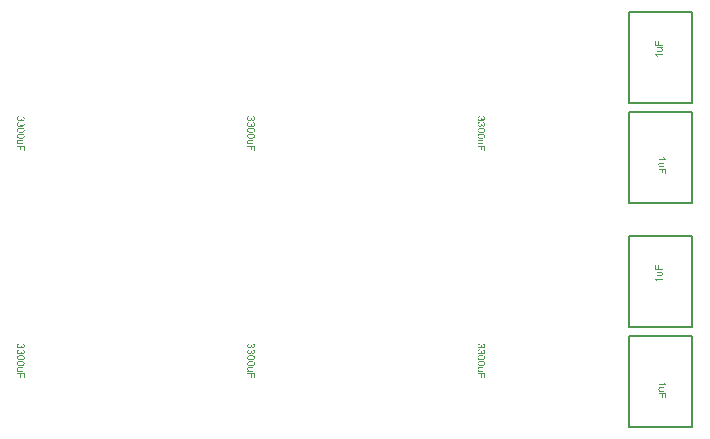
<source format=gbr>
G04*
G04 #@! TF.GenerationSoftware,Altium Limited,Altium Designer,24.5.1 (21)*
G04*
G04 Layer_Color=16711935*
%FSLAX25Y25*%
%MOIN*%
G70*
G04*
G04 #@! TF.SameCoordinates,C76CA4C4-4B78-49E4-996D-9464DF6DB47D*
G04*
G04*
G04 #@! TF.FilePolarity,Positive*
G04*
G01*
G75*
%ADD11C,0.00787*%
G36*
X318125Y53146D02*
X318132Y53139D01*
X318135Y53124D01*
X318146Y53106D01*
X318157Y53084D01*
X318172Y53059D01*
X318208Y52997D01*
X318248Y52924D01*
X318299Y52851D01*
X318357Y52775D01*
X318419Y52698D01*
X318423Y52695D01*
X318427Y52691D01*
X318438Y52680D01*
X318448Y52666D01*
X318485Y52633D01*
X318529Y52589D01*
X318580Y52545D01*
X318638Y52498D01*
X318696Y52458D01*
X318758Y52422D01*
Y52221D01*
X316228D01*
Y52531D01*
X318197D01*
X318194Y52535D01*
X318179Y52553D01*
X318157Y52574D01*
X318132Y52611D01*
X318099Y52651D01*
X318063Y52702D01*
X318023Y52760D01*
X317983Y52826D01*
Y52829D01*
X317979Y52833D01*
X317964Y52855D01*
X317946Y52891D01*
X317924Y52935D01*
X317899Y52986D01*
X317873Y53040D01*
X317848Y53095D01*
X317826Y53150D01*
X318125D01*
Y53146D01*
D02*
G37*
G36*
X318055Y51038D02*
X317040D01*
X317036D01*
X317029D01*
X317018D01*
X317000D01*
X316960D01*
X316909Y51035D01*
X316854D01*
X316799Y51031D01*
X316752Y51028D01*
X316712Y51020D01*
X316708D01*
X316694Y51013D01*
X316672Y51006D01*
X316643Y50995D01*
X316614Y50977D01*
X316581Y50955D01*
X316552Y50929D01*
X316523Y50896D01*
X316519Y50893D01*
X316512Y50878D01*
X316501Y50860D01*
X316490Y50831D01*
X316476Y50798D01*
X316465Y50758D01*
X316457Y50714D01*
X316454Y50664D01*
Y50638D01*
X316457Y50612D01*
X316461Y50580D01*
X316472Y50540D01*
X316483Y50496D01*
X316501Y50449D01*
X316523Y50401D01*
X316527Y50394D01*
X316537Y50380D01*
X316552Y50358D01*
X316574Y50332D01*
X316603Y50303D01*
X316636Y50274D01*
X316672Y50248D01*
X316716Y50227D01*
X316723Y50223D01*
X316738Y50219D01*
X316767Y50212D01*
X316807Y50201D01*
X316858Y50190D01*
X316920Y50183D01*
X316992Y50179D01*
X317076Y50176D01*
X318055D01*
Y49866D01*
X316228D01*
Y50143D01*
X316494D01*
X316490Y50147D01*
X316479Y50154D01*
X316465Y50165D01*
X316446Y50183D01*
X316425Y50205D01*
X316395Y50230D01*
X316370Y50259D01*
X316341Y50296D01*
X316312Y50336D01*
X316286Y50380D01*
X316261Y50427D01*
X316235Y50478D01*
X316217Y50536D01*
X316203Y50594D01*
X316192Y50660D01*
X316188Y50725D01*
Y50751D01*
X316192Y50784D01*
X316195Y50824D01*
X316203Y50871D01*
X316213Y50922D01*
X316228Y50973D01*
X316250Y51028D01*
X316253Y51035D01*
X316261Y51049D01*
X316275Y51075D01*
X316294Y51104D01*
X316315Y51140D01*
X316341Y51173D01*
X316370Y51206D01*
X316403Y51235D01*
X316406Y51239D01*
X316421Y51246D01*
X316439Y51257D01*
X316468Y51271D01*
X316501Y51290D01*
X316541Y51304D01*
X316585Y51319D01*
X316632Y51330D01*
X316636D01*
X316650Y51333D01*
X316672Y51337D01*
X316701D01*
X316745Y51341D01*
X316792Y51344D01*
X316854Y51348D01*
X316923D01*
X318055D01*
Y51038D01*
D02*
G37*
G36*
X318747Y47624D02*
X318448D01*
Y48993D01*
X317670D01*
Y47810D01*
X317371D01*
Y48993D01*
X316228D01*
Y49328D01*
X318747D01*
Y47624D01*
D02*
G37*
G36*
X179884Y141423D02*
X179880D01*
X179873Y141419D01*
X179858Y141416D01*
X179840Y141412D01*
X179818Y141408D01*
X179793Y141401D01*
X179738Y141383D01*
X179673Y141357D01*
X179611Y141325D01*
X179552Y141288D01*
X179501Y141245D01*
X179498Y141237D01*
X179483Y141223D01*
X179465Y141194D01*
X179447Y141157D01*
X179425Y141113D01*
X179407Y141059D01*
X179392Y140997D01*
X179389Y140931D01*
Y140910D01*
X179392Y140895D01*
X179396Y140855D01*
X179407Y140804D01*
X179425Y140746D01*
X179451Y140684D01*
X179487Y140622D01*
X179538Y140564D01*
X179545Y140557D01*
X179567Y140538D01*
X179600Y140517D01*
X179643Y140487D01*
X179698Y140458D01*
X179760Y140436D01*
X179833Y140418D01*
X179913Y140411D01*
X179916D01*
X179924D01*
X179935D01*
X179949Y140415D01*
X179989Y140418D01*
X180036Y140429D01*
X180095Y140444D01*
X180153Y140469D01*
X180211Y140506D01*
X180266Y140553D01*
X180273Y140560D01*
X180288Y140578D01*
X180309Y140608D01*
X180335Y140648D01*
X180360Y140699D01*
X180382Y140760D01*
X180397Y140830D01*
X180404Y140906D01*
Y140939D01*
X180401Y140964D01*
X180397Y140997D01*
X180390Y141033D01*
X180382Y141077D01*
X180371Y141124D01*
X180644Y141088D01*
Y141070D01*
X180641Y141055D01*
Y141008D01*
X180648Y140968D01*
X180655Y140921D01*
X180666Y140866D01*
X180684Y140804D01*
X180710Y140746D01*
X180743Y140684D01*
Y140680D01*
X180746Y140677D01*
X180761Y140658D01*
X180786Y140633D01*
X180819Y140604D01*
X180866Y140575D01*
X180921Y140549D01*
X180983Y140531D01*
X181019Y140524D01*
X181059D01*
X181063D01*
X181067D01*
X181088D01*
X181118Y140531D01*
X181158Y140538D01*
X181201Y140553D01*
X181249Y140571D01*
X181296Y140600D01*
X181340Y140640D01*
X181343Y140644D01*
X181358Y140662D01*
X181376Y140688D01*
X181398Y140720D01*
X181416Y140764D01*
X181434Y140815D01*
X181449Y140873D01*
X181453Y140939D01*
Y140968D01*
X181445Y141001D01*
X181438Y141044D01*
X181423Y141092D01*
X181405Y141139D01*
X181376Y141190D01*
X181340Y141237D01*
X181336Y141241D01*
X181318Y141255D01*
X181292Y141277D01*
X181256Y141303D01*
X181209Y141328D01*
X181150Y141354D01*
X181081Y141376D01*
X181001Y141390D01*
X181056Y141700D01*
X181059D01*
X181070Y141696D01*
X181085Y141692D01*
X181107Y141689D01*
X181132Y141681D01*
X181161Y141670D01*
X181230Y141649D01*
X181310Y141612D01*
X181391Y141569D01*
X181467Y141514D01*
X181536Y141445D01*
X181540Y141441D01*
X181544Y141434D01*
X181551Y141423D01*
X181562Y141408D01*
X181576Y141390D01*
X181591Y141365D01*
X181605Y141339D01*
X181624Y141306D01*
X181653Y141234D01*
X181682Y141150D01*
X181700Y141052D01*
X181707Y141001D01*
Y140910D01*
X181704Y140870D01*
X181696Y140822D01*
X181685Y140764D01*
X181667Y140699D01*
X181645Y140633D01*
X181616Y140568D01*
Y140564D01*
X181613Y140560D01*
X181602Y140538D01*
X181580Y140506D01*
X181554Y140469D01*
X181518Y140426D01*
X181478Y140382D01*
X181431Y140338D01*
X181376Y140302D01*
X181369Y140298D01*
X181351Y140287D01*
X181318Y140273D01*
X181278Y140254D01*
X181230Y140236D01*
X181176Y140222D01*
X181114Y140211D01*
X181052Y140207D01*
X181045D01*
X181023D01*
X180994Y140211D01*
X180954Y140218D01*
X180906Y140229D01*
X180856Y140247D01*
X180805Y140269D01*
X180754Y140298D01*
X180746Y140302D01*
X180732Y140313D01*
X180706Y140334D01*
X180677Y140364D01*
X180644Y140400D01*
X180608Y140444D01*
X180575Y140495D01*
X180543Y140557D01*
Y140553D01*
X180539Y140546D01*
X180535Y140535D01*
X180532Y140520D01*
X180517Y140480D01*
X180495Y140429D01*
X180466Y140371D01*
X180430Y140313D01*
X180382Y140258D01*
X180328Y140207D01*
X180320Y140203D01*
X180299Y140189D01*
X180262Y140167D01*
X180215Y140145D01*
X180157Y140123D01*
X180087Y140102D01*
X180007Y140087D01*
X179920Y140083D01*
X179916D01*
X179905D01*
X179887D01*
X179865Y140087D01*
X179836Y140091D01*
X179804Y140098D01*
X179767Y140105D01*
X179727Y140112D01*
X179640Y140142D01*
X179592Y140164D01*
X179549Y140185D01*
X179501Y140214D01*
X179454Y140247D01*
X179407Y140284D01*
X179363Y140327D01*
X179359Y140331D01*
X179352Y140338D01*
X179341Y140353D01*
X179327Y140371D01*
X179308Y140393D01*
X179290Y140422D01*
X179269Y140455D01*
X179250Y140495D01*
X179228Y140535D01*
X179207Y140582D01*
X179188Y140629D01*
X179170Y140684D01*
X179156Y140742D01*
X179145Y140804D01*
X179137Y140866D01*
X179134Y140935D01*
Y140968D01*
X179137Y140990D01*
X179141Y141019D01*
X179145Y141052D01*
X179152Y141088D01*
X179159Y141128D01*
X179181Y141215D01*
X179218Y141306D01*
X179239Y141354D01*
X179265Y141397D01*
X179298Y141441D01*
X179330Y141485D01*
X179334Y141488D01*
X179341Y141496D01*
X179352Y141507D01*
X179367Y141518D01*
X179385Y141536D01*
X179410Y141554D01*
X179436Y141576D01*
X179469Y141598D01*
X179505Y141620D01*
X179542Y141641D01*
X179629Y141681D01*
X179731Y141714D01*
X179785Y141725D01*
X179844Y141732D01*
X179884Y141423D01*
D02*
G37*
G36*
Y139465D02*
X179880D01*
X179873Y139461D01*
X179858Y139457D01*
X179840Y139454D01*
X179818Y139450D01*
X179793Y139443D01*
X179738Y139425D01*
X179673Y139399D01*
X179611Y139366D01*
X179552Y139330D01*
X179501Y139286D01*
X179498Y139279D01*
X179483Y139264D01*
X179465Y139235D01*
X179447Y139199D01*
X179425Y139155D01*
X179407Y139101D01*
X179392Y139039D01*
X179389Y138973D01*
Y138951D01*
X179392Y138937D01*
X179396Y138897D01*
X179407Y138846D01*
X179425Y138788D01*
X179451Y138726D01*
X179487Y138664D01*
X179538Y138605D01*
X179545Y138598D01*
X179567Y138580D01*
X179600Y138558D01*
X179643Y138529D01*
X179698Y138500D01*
X179760Y138478D01*
X179833Y138460D01*
X179913Y138453D01*
X179916D01*
X179924D01*
X179935D01*
X179949Y138456D01*
X179989Y138460D01*
X180036Y138471D01*
X180095Y138485D01*
X180153Y138511D01*
X180211Y138547D01*
X180266Y138595D01*
X180273Y138602D01*
X180288Y138620D01*
X180309Y138649D01*
X180335Y138689D01*
X180360Y138740D01*
X180382Y138802D01*
X180397Y138871D01*
X180404Y138948D01*
Y138980D01*
X180401Y139006D01*
X180397Y139039D01*
X180390Y139075D01*
X180382Y139119D01*
X180371Y139166D01*
X180644Y139130D01*
Y139111D01*
X180641Y139097D01*
Y139050D01*
X180648Y139010D01*
X180655Y138962D01*
X180666Y138908D01*
X180684Y138846D01*
X180710Y138788D01*
X180743Y138726D01*
Y138722D01*
X180746Y138718D01*
X180761Y138700D01*
X180786Y138675D01*
X180819Y138646D01*
X180866Y138617D01*
X180921Y138591D01*
X180983Y138573D01*
X181019Y138566D01*
X181059D01*
X181063D01*
X181067D01*
X181088D01*
X181118Y138573D01*
X181158Y138580D01*
X181201Y138595D01*
X181249Y138613D01*
X181296Y138642D01*
X181340Y138682D01*
X181343Y138686D01*
X181358Y138704D01*
X181376Y138729D01*
X181398Y138762D01*
X181416Y138806D01*
X181434Y138857D01*
X181449Y138915D01*
X181453Y138980D01*
Y139010D01*
X181445Y139042D01*
X181438Y139086D01*
X181423Y139133D01*
X181405Y139181D01*
X181376Y139232D01*
X181340Y139279D01*
X181336Y139283D01*
X181318Y139297D01*
X181292Y139319D01*
X181256Y139345D01*
X181209Y139370D01*
X181150Y139395D01*
X181081Y139417D01*
X181001Y139432D01*
X181056Y139741D01*
X181059D01*
X181070Y139738D01*
X181085Y139734D01*
X181107Y139730D01*
X181132Y139723D01*
X181161Y139712D01*
X181230Y139690D01*
X181310Y139654D01*
X181391Y139610D01*
X181467Y139556D01*
X181536Y139486D01*
X181540Y139483D01*
X181544Y139476D01*
X181551Y139465D01*
X181562Y139450D01*
X181576Y139432D01*
X181591Y139406D01*
X181605Y139381D01*
X181624Y139348D01*
X181653Y139275D01*
X181682Y139192D01*
X181700Y139093D01*
X181707Y139042D01*
Y138951D01*
X181704Y138911D01*
X181696Y138864D01*
X181685Y138806D01*
X181667Y138740D01*
X181645Y138675D01*
X181616Y138609D01*
Y138605D01*
X181613Y138602D01*
X181602Y138580D01*
X181580Y138547D01*
X181554Y138511D01*
X181518Y138467D01*
X181478Y138424D01*
X181431Y138380D01*
X181376Y138344D01*
X181369Y138340D01*
X181351Y138329D01*
X181318Y138314D01*
X181278Y138296D01*
X181230Y138278D01*
X181176Y138263D01*
X181114Y138252D01*
X181052Y138249D01*
X181045D01*
X181023D01*
X180994Y138252D01*
X180954Y138260D01*
X180906Y138271D01*
X180856Y138289D01*
X180805Y138311D01*
X180754Y138340D01*
X180746Y138344D01*
X180732Y138354D01*
X180706Y138376D01*
X180677Y138405D01*
X180644Y138442D01*
X180608Y138485D01*
X180575Y138536D01*
X180543Y138598D01*
Y138595D01*
X180539Y138587D01*
X180535Y138576D01*
X180532Y138562D01*
X180517Y138522D01*
X180495Y138471D01*
X180466Y138413D01*
X180430Y138354D01*
X180382Y138300D01*
X180328Y138249D01*
X180320Y138245D01*
X180299Y138231D01*
X180262Y138209D01*
X180215Y138187D01*
X180157Y138165D01*
X180087Y138143D01*
X180007Y138129D01*
X179920Y138125D01*
X179916D01*
X179905D01*
X179887D01*
X179865Y138129D01*
X179836Y138132D01*
X179804Y138140D01*
X179767Y138147D01*
X179727Y138154D01*
X179640Y138183D01*
X179592Y138205D01*
X179549Y138227D01*
X179501Y138256D01*
X179454Y138289D01*
X179407Y138325D01*
X179363Y138369D01*
X179359Y138373D01*
X179352Y138380D01*
X179341Y138394D01*
X179327Y138413D01*
X179308Y138435D01*
X179290Y138464D01*
X179269Y138496D01*
X179250Y138536D01*
X179228Y138576D01*
X179207Y138624D01*
X179188Y138671D01*
X179170Y138726D01*
X179156Y138784D01*
X179145Y138846D01*
X179137Y138908D01*
X179134Y138977D01*
Y139010D01*
X179137Y139031D01*
X179141Y139060D01*
X179145Y139093D01*
X179152Y139130D01*
X179159Y139170D01*
X179181Y139257D01*
X179218Y139348D01*
X179239Y139395D01*
X179265Y139439D01*
X179298Y139483D01*
X179330Y139526D01*
X179334Y139530D01*
X179341Y139537D01*
X179352Y139548D01*
X179367Y139559D01*
X179385Y139577D01*
X179410Y139596D01*
X179436Y139618D01*
X179469Y139639D01*
X179505Y139661D01*
X179542Y139683D01*
X179629Y139723D01*
X179731Y139756D01*
X179785Y139767D01*
X179844Y139774D01*
X179884Y139465D01*
D02*
G37*
G36*
X180532Y137816D02*
X180575D01*
X180623Y137812D01*
X180677Y137808D01*
X180790Y137797D01*
X180910Y137779D01*
X181030Y137757D01*
X181085Y137743D01*
X181139Y137728D01*
X181143D01*
X181150Y137725D01*
X181165Y137717D01*
X181183Y137710D01*
X181209Y137703D01*
X181234Y137688D01*
X181296Y137659D01*
X181361Y137623D01*
X181431Y137575D01*
X181500Y137521D01*
X181558Y137455D01*
Y137452D01*
X181565Y137448D01*
X181573Y137437D01*
X181580Y137423D01*
X181594Y137404D01*
X181605Y137382D01*
X181634Y137328D01*
X181660Y137262D01*
X181685Y137186D01*
X181700Y137095D01*
X181707Y136997D01*
Y136964D01*
X181704Y136924D01*
X181696Y136876D01*
X181685Y136822D01*
X181671Y136764D01*
X181653Y136702D01*
X181624Y136644D01*
Y136640D01*
X181620Y136636D01*
X181609Y136618D01*
X181591Y136589D01*
X181565Y136553D01*
X181529Y136513D01*
X181489Y136469D01*
X181442Y136429D01*
X181387Y136389D01*
X181380Y136385D01*
X181361Y136371D01*
X181329Y136356D01*
X181281Y136330D01*
X181227Y136309D01*
X181165Y136280D01*
X181092Y136254D01*
X181012Y136232D01*
X181008D01*
X181001Y136229D01*
X180990Y136225D01*
X180972Y136221D01*
X180950Y136218D01*
X180925Y136214D01*
X180892Y136207D01*
X180856Y136203D01*
X180815Y136196D01*
X180772Y136192D01*
X180721Y136189D01*
X180670Y136181D01*
X180612Y136178D01*
X180553D01*
X180488Y136174D01*
X180419D01*
X180415D01*
X180401D01*
X180375D01*
X180346D01*
X180306Y136178D01*
X180262D01*
X180215Y136181D01*
X180164Y136185D01*
X180047Y136196D01*
X179927Y136214D01*
X179811Y136236D01*
X179756Y136250D01*
X179702Y136269D01*
X179698D01*
X179691Y136272D01*
X179676Y136280D01*
X179658Y136287D01*
X179632Y136294D01*
X179607Y136309D01*
X179545Y136338D01*
X179480Y136374D01*
X179407Y136422D01*
X179341Y136476D01*
X179279Y136542D01*
Y136545D01*
X179272Y136549D01*
X179265Y136560D01*
X179258Y136574D01*
X179247Y136593D01*
X179232Y136611D01*
X179207Y136665D01*
X179181Y136731D01*
X179156Y136807D01*
X179141Y136898D01*
X179134Y136997D01*
Y137033D01*
X179137Y137058D01*
X179141Y137088D01*
X179148Y137124D01*
X179156Y137164D01*
X179167Y137208D01*
X179181Y137251D01*
X179196Y137299D01*
X179218Y137346D01*
X179243Y137393D01*
X179272Y137441D01*
X179308Y137488D01*
X179349Y137532D01*
X179392Y137572D01*
X179396Y137575D01*
X179407Y137583D01*
X179425Y137594D01*
X179454Y137612D01*
X179487Y137630D01*
X179531Y137648D01*
X179581Y137674D01*
X179640Y137696D01*
X179705Y137717D01*
X179782Y137739D01*
X179865Y137761D01*
X179960Y137779D01*
X180062Y137797D01*
X180171Y137808D01*
X180291Y137816D01*
X180419Y137819D01*
X180422D01*
X180437D01*
X180462D01*
X180491D01*
X180532Y137816D01*
D02*
G37*
G36*
Y135857D02*
X180575D01*
X180623Y135854D01*
X180677Y135850D01*
X180790Y135839D01*
X180910Y135821D01*
X181030Y135799D01*
X181085Y135784D01*
X181139Y135770D01*
X181143D01*
X181150Y135766D01*
X181165Y135759D01*
X181183Y135752D01*
X181209Y135745D01*
X181234Y135730D01*
X181296Y135701D01*
X181361Y135664D01*
X181431Y135617D01*
X181500Y135563D01*
X181558Y135497D01*
Y135493D01*
X181565Y135490D01*
X181573Y135479D01*
X181580Y135464D01*
X181594Y135446D01*
X181605Y135424D01*
X181634Y135370D01*
X181660Y135304D01*
X181685Y135228D01*
X181700Y135137D01*
X181707Y135038D01*
Y135006D01*
X181704Y134966D01*
X181696Y134918D01*
X181685Y134864D01*
X181671Y134805D01*
X181653Y134743D01*
X181624Y134685D01*
Y134682D01*
X181620Y134678D01*
X181609Y134660D01*
X181591Y134631D01*
X181565Y134594D01*
X181529Y134554D01*
X181489Y134511D01*
X181442Y134470D01*
X181387Y134431D01*
X181380Y134427D01*
X181361Y134412D01*
X181329Y134398D01*
X181281Y134372D01*
X181227Y134350D01*
X181165Y134321D01*
X181092Y134296D01*
X181012Y134274D01*
X181008D01*
X181001Y134270D01*
X180990Y134267D01*
X180972Y134263D01*
X180950Y134259D01*
X180925Y134256D01*
X180892Y134248D01*
X180856Y134245D01*
X180815Y134238D01*
X180772Y134234D01*
X180721Y134230D01*
X180670Y134223D01*
X180612Y134219D01*
X180553D01*
X180488Y134216D01*
X180419D01*
X180415D01*
X180401D01*
X180375D01*
X180346D01*
X180306Y134219D01*
X180262D01*
X180215Y134223D01*
X180164Y134227D01*
X180047Y134238D01*
X179927Y134256D01*
X179811Y134278D01*
X179756Y134292D01*
X179702Y134310D01*
X179698D01*
X179691Y134314D01*
X179676Y134321D01*
X179658Y134328D01*
X179632Y134336D01*
X179607Y134350D01*
X179545Y134379D01*
X179480Y134416D01*
X179407Y134463D01*
X179341Y134518D01*
X179279Y134583D01*
Y134587D01*
X179272Y134591D01*
X179265Y134601D01*
X179258Y134616D01*
X179247Y134634D01*
X179232Y134652D01*
X179207Y134707D01*
X179181Y134773D01*
X179156Y134849D01*
X179141Y134940D01*
X179134Y135038D01*
Y135075D01*
X179137Y135100D01*
X179141Y135129D01*
X179148Y135166D01*
X179156Y135206D01*
X179167Y135249D01*
X179181Y135293D01*
X179196Y135340D01*
X179218Y135388D01*
X179243Y135435D01*
X179272Y135482D01*
X179308Y135530D01*
X179349Y135573D01*
X179392Y135614D01*
X179396Y135617D01*
X179407Y135624D01*
X179425Y135635D01*
X179454Y135653D01*
X179487Y135672D01*
X179531Y135690D01*
X179581Y135715D01*
X179640Y135737D01*
X179705Y135759D01*
X179782Y135781D01*
X179865Y135803D01*
X179960Y135821D01*
X180062Y135839D01*
X180171Y135850D01*
X180291Y135857D01*
X180419Y135861D01*
X180422D01*
X180437D01*
X180462D01*
X180491D01*
X180532Y135857D01*
D02*
G37*
G36*
X181005Y133513D02*
X179989D01*
X179986D01*
X179978D01*
X179967D01*
X179949D01*
X179909D01*
X179858Y133510D01*
X179804D01*
X179749Y133506D01*
X179702Y133502D01*
X179662Y133495D01*
X179658D01*
X179643Y133488D01*
X179622Y133480D01*
X179592Y133469D01*
X179563Y133451D01*
X179531Y133430D01*
X179501Y133404D01*
X179472Y133371D01*
X179469Y133368D01*
X179461Y133353D01*
X179451Y133335D01*
X179440Y133306D01*
X179425Y133273D01*
X179414Y133233D01*
X179407Y133189D01*
X179403Y133138D01*
Y133113D01*
X179407Y133087D01*
X179410Y133054D01*
X179421Y133015D01*
X179432Y132971D01*
X179451Y132923D01*
X179472Y132876D01*
X179476Y132869D01*
X179487Y132854D01*
X179501Y132833D01*
X179523Y132807D01*
X179552Y132778D01*
X179585Y132749D01*
X179622Y132723D01*
X179665Y132702D01*
X179673Y132698D01*
X179687Y132694D01*
X179716Y132687D01*
X179756Y132676D01*
X179807Y132665D01*
X179869Y132658D01*
X179942Y132654D01*
X180026Y132650D01*
X181005D01*
Y132341D01*
X179177D01*
Y132618D01*
X179443D01*
X179440Y132621D01*
X179429Y132629D01*
X179414Y132640D01*
X179396Y132658D01*
X179374Y132680D01*
X179345Y132705D01*
X179319Y132734D01*
X179290Y132771D01*
X179261Y132811D01*
X179236Y132854D01*
X179210Y132902D01*
X179185Y132953D01*
X179167Y133011D01*
X179152Y133069D01*
X179141Y133135D01*
X179137Y133200D01*
Y133226D01*
X179141Y133258D01*
X179145Y133298D01*
X179152Y133346D01*
X179163Y133397D01*
X179177Y133448D01*
X179199Y133502D01*
X179203Y133510D01*
X179210Y133524D01*
X179225Y133550D01*
X179243Y133579D01*
X179265Y133615D01*
X179290Y133648D01*
X179319Y133681D01*
X179352Y133710D01*
X179356Y133713D01*
X179370Y133721D01*
X179389Y133732D01*
X179418Y133746D01*
X179451Y133764D01*
X179490Y133779D01*
X179534Y133793D01*
X179581Y133804D01*
X179585D01*
X179600Y133808D01*
X179622Y133812D01*
X179651D01*
X179694Y133815D01*
X179742Y133819D01*
X179804Y133823D01*
X179873D01*
X181005D01*
Y133513D01*
D02*
G37*
G36*
X181696Y130099D02*
X181398D01*
Y131467D01*
X180619D01*
Y130285D01*
X180320D01*
Y131467D01*
X179177D01*
Y131802D01*
X181696D01*
Y130099D01*
D02*
G37*
G36*
X103112Y65636D02*
X103108D01*
X103101Y65632D01*
X103086Y65628D01*
X103068Y65625D01*
X103047Y65621D01*
X103021Y65614D01*
X102966Y65596D01*
X102901Y65570D01*
X102839Y65537D01*
X102781Y65501D01*
X102730Y65457D01*
X102726Y65450D01*
X102712Y65435D01*
X102693Y65406D01*
X102675Y65370D01*
X102653Y65326D01*
X102635Y65272D01*
X102621Y65210D01*
X102617Y65144D01*
Y65122D01*
X102621Y65108D01*
X102624Y65068D01*
X102635Y65017D01*
X102653Y64959D01*
X102679Y64897D01*
X102715Y64835D01*
X102766Y64776D01*
X102773Y64769D01*
X102795Y64751D01*
X102828Y64729D01*
X102872Y64700D01*
X102926Y64671D01*
X102988Y64649D01*
X103061Y64631D01*
X103141Y64624D01*
X103145D01*
X103152D01*
X103163D01*
X103177Y64627D01*
X103217Y64631D01*
X103265Y64642D01*
X103323Y64656D01*
X103381Y64682D01*
X103440Y64718D01*
X103494Y64766D01*
X103501Y64773D01*
X103516Y64791D01*
X103538Y64820D01*
X103563Y64860D01*
X103589Y64911D01*
X103611Y64973D01*
X103625Y65042D01*
X103632Y65119D01*
Y65151D01*
X103629Y65177D01*
X103625Y65210D01*
X103618Y65246D01*
X103611Y65290D01*
X103600Y65337D01*
X103873Y65301D01*
Y65282D01*
X103869Y65268D01*
Y65221D01*
X103876Y65180D01*
X103884Y65133D01*
X103895Y65079D01*
X103913Y65017D01*
X103938Y64959D01*
X103971Y64897D01*
Y64893D01*
X103975Y64889D01*
X103989Y64871D01*
X104015Y64846D01*
X104048Y64816D01*
X104095Y64787D01*
X104149Y64762D01*
X104211Y64744D01*
X104248Y64736D01*
X104288D01*
X104291D01*
X104295D01*
X104317D01*
X104346Y64744D01*
X104386Y64751D01*
X104430Y64766D01*
X104477Y64784D01*
X104524Y64813D01*
X104568Y64853D01*
X104572Y64857D01*
X104586Y64875D01*
X104604Y64900D01*
X104626Y64933D01*
X104644Y64977D01*
X104663Y65028D01*
X104677Y65086D01*
X104681Y65151D01*
Y65180D01*
X104674Y65213D01*
X104666Y65257D01*
X104652Y65304D01*
X104633Y65352D01*
X104604Y65403D01*
X104568Y65450D01*
X104564Y65453D01*
X104546Y65468D01*
X104521Y65490D01*
X104484Y65515D01*
X104437Y65541D01*
X104379Y65566D01*
X104309Y65588D01*
X104229Y65603D01*
X104284Y65912D01*
X104288D01*
X104299Y65908D01*
X104313Y65905D01*
X104335Y65901D01*
X104360Y65894D01*
X104390Y65883D01*
X104459Y65861D01*
X104539Y65825D01*
X104619Y65781D01*
X104695Y65727D01*
X104764Y65657D01*
X104768Y65654D01*
X104772Y65646D01*
X104779Y65636D01*
X104790Y65621D01*
X104805Y65603D01*
X104819Y65577D01*
X104834Y65552D01*
X104852Y65519D01*
X104881Y65446D01*
X104910Y65363D01*
X104928Y65264D01*
X104936Y65213D01*
Y65122D01*
X104932Y65082D01*
X104925Y65035D01*
X104914Y64977D01*
X104896Y64911D01*
X104874Y64846D01*
X104845Y64780D01*
Y64776D01*
X104841Y64773D01*
X104830Y64751D01*
X104808Y64718D01*
X104783Y64682D01*
X104746Y64638D01*
X104706Y64595D01*
X104659Y64551D01*
X104604Y64514D01*
X104597Y64511D01*
X104579Y64500D01*
X104546Y64485D01*
X104506Y64467D01*
X104459Y64449D01*
X104404Y64434D01*
X104342Y64423D01*
X104280Y64420D01*
X104273D01*
X104251D01*
X104222Y64423D01*
X104182Y64431D01*
X104135Y64442D01*
X104084Y64460D01*
X104033Y64482D01*
X103982Y64511D01*
X103975Y64514D01*
X103960Y64525D01*
X103935Y64547D01*
X103905Y64576D01*
X103873Y64613D01*
X103836Y64656D01*
X103804Y64707D01*
X103771Y64769D01*
Y64766D01*
X103767Y64758D01*
X103763Y64747D01*
X103760Y64733D01*
X103745Y64693D01*
X103724Y64642D01*
X103694Y64584D01*
X103658Y64525D01*
X103611Y64471D01*
X103556Y64420D01*
X103549Y64416D01*
X103527Y64402D01*
X103490Y64380D01*
X103443Y64358D01*
X103385Y64336D01*
X103316Y64314D01*
X103236Y64300D01*
X103148Y64296D01*
X103145D01*
X103134D01*
X103116D01*
X103094Y64300D01*
X103065Y64303D01*
X103032Y64311D01*
X102996Y64318D01*
X102955Y64325D01*
X102868Y64354D01*
X102821Y64376D01*
X102777Y64398D01*
X102730Y64427D01*
X102682Y64460D01*
X102635Y64496D01*
X102592Y64540D01*
X102588Y64543D01*
X102580Y64551D01*
X102570Y64565D01*
X102555Y64584D01*
X102537Y64605D01*
X102519Y64635D01*
X102497Y64667D01*
X102479Y64707D01*
X102457Y64747D01*
X102435Y64795D01*
X102417Y64842D01*
X102399Y64897D01*
X102384Y64955D01*
X102373Y65017D01*
X102366Y65079D01*
X102362Y65148D01*
Y65180D01*
X102366Y65202D01*
X102369Y65232D01*
X102373Y65264D01*
X102380Y65301D01*
X102388Y65341D01*
X102410Y65428D01*
X102446Y65519D01*
X102468Y65566D01*
X102493Y65610D01*
X102526Y65654D01*
X102559Y65697D01*
X102562Y65701D01*
X102570Y65708D01*
X102580Y65719D01*
X102595Y65730D01*
X102613Y65748D01*
X102639Y65767D01*
X102664Y65788D01*
X102697Y65810D01*
X102733Y65832D01*
X102770Y65854D01*
X102857Y65894D01*
X102959Y65927D01*
X103014Y65938D01*
X103072Y65945D01*
X103112Y65636D01*
D02*
G37*
G36*
Y63677D02*
X103108D01*
X103101Y63674D01*
X103086Y63670D01*
X103068Y63666D01*
X103047Y63663D01*
X103021Y63655D01*
X102966Y63637D01*
X102901Y63612D01*
X102839Y63579D01*
X102781Y63542D01*
X102730Y63499D01*
X102726Y63491D01*
X102712Y63477D01*
X102693Y63448D01*
X102675Y63411D01*
X102653Y63368D01*
X102635Y63313D01*
X102621Y63251D01*
X102617Y63186D01*
Y63164D01*
X102621Y63149D01*
X102624Y63109D01*
X102635Y63058D01*
X102653Y63000D01*
X102679Y62938D01*
X102715Y62876D01*
X102766Y62818D01*
X102773Y62811D01*
X102795Y62793D01*
X102828Y62771D01*
X102872Y62742D01*
X102926Y62713D01*
X102988Y62691D01*
X103061Y62673D01*
X103141Y62665D01*
X103145D01*
X103152D01*
X103163D01*
X103177Y62669D01*
X103217Y62673D01*
X103265Y62683D01*
X103323Y62698D01*
X103381Y62723D01*
X103440Y62760D01*
X103494Y62807D01*
X103501Y62814D01*
X103516Y62833D01*
X103538Y62862D01*
X103563Y62902D01*
X103589Y62953D01*
X103611Y63015D01*
X103625Y63084D01*
X103632Y63160D01*
Y63193D01*
X103629Y63219D01*
X103625Y63251D01*
X103618Y63288D01*
X103611Y63331D01*
X103600Y63379D01*
X103873Y63342D01*
Y63324D01*
X103869Y63310D01*
Y63262D01*
X103876Y63222D01*
X103884Y63175D01*
X103895Y63120D01*
X103913Y63058D01*
X103938Y63000D01*
X103971Y62938D01*
Y62935D01*
X103975Y62931D01*
X103989Y62913D01*
X104015Y62887D01*
X104048Y62858D01*
X104095Y62829D01*
X104149Y62804D01*
X104211Y62785D01*
X104248Y62778D01*
X104288D01*
X104291D01*
X104295D01*
X104317D01*
X104346Y62785D01*
X104386Y62793D01*
X104430Y62807D01*
X104477Y62825D01*
X104524Y62854D01*
X104568Y62895D01*
X104572Y62898D01*
X104586Y62916D01*
X104604Y62942D01*
X104626Y62975D01*
X104644Y63018D01*
X104663Y63069D01*
X104677Y63127D01*
X104681Y63193D01*
Y63222D01*
X104674Y63255D01*
X104666Y63299D01*
X104652Y63346D01*
X104633Y63393D01*
X104604Y63444D01*
X104568Y63491D01*
X104564Y63495D01*
X104546Y63510D01*
X104521Y63532D01*
X104484Y63557D01*
X104437Y63583D01*
X104379Y63608D01*
X104309Y63630D01*
X104229Y63644D01*
X104284Y63954D01*
X104288D01*
X104299Y63950D01*
X104313Y63947D01*
X104335Y63943D01*
X104360Y63936D01*
X104390Y63925D01*
X104459Y63903D01*
X104539Y63867D01*
X104619Y63823D01*
X104695Y63768D01*
X104764Y63699D01*
X104768Y63695D01*
X104772Y63688D01*
X104779Y63677D01*
X104790Y63663D01*
X104805Y63644D01*
X104819Y63619D01*
X104834Y63594D01*
X104852Y63561D01*
X104881Y63488D01*
X104910Y63404D01*
X104928Y63306D01*
X104936Y63255D01*
Y63164D01*
X104932Y63124D01*
X104925Y63077D01*
X104914Y63018D01*
X104896Y62953D01*
X104874Y62887D01*
X104845Y62822D01*
Y62818D01*
X104841Y62814D01*
X104830Y62793D01*
X104808Y62760D01*
X104783Y62723D01*
X104746Y62680D01*
X104706Y62636D01*
X104659Y62593D01*
X104604Y62556D01*
X104597Y62552D01*
X104579Y62542D01*
X104546Y62527D01*
X104506Y62509D01*
X104459Y62490D01*
X104404Y62476D01*
X104342Y62465D01*
X104280Y62461D01*
X104273D01*
X104251D01*
X104222Y62465D01*
X104182Y62472D01*
X104135Y62483D01*
X104084Y62502D01*
X104033Y62523D01*
X103982Y62552D01*
X103975Y62556D01*
X103960Y62567D01*
X103935Y62589D01*
X103905Y62618D01*
X103873Y62654D01*
X103836Y62698D01*
X103804Y62749D01*
X103771Y62811D01*
Y62807D01*
X103767Y62800D01*
X103763Y62789D01*
X103760Y62774D01*
X103745Y62734D01*
X103724Y62683D01*
X103694Y62625D01*
X103658Y62567D01*
X103611Y62512D01*
X103556Y62461D01*
X103549Y62458D01*
X103527Y62443D01*
X103490Y62421D01*
X103443Y62400D01*
X103385Y62378D01*
X103316Y62356D01*
X103236Y62341D01*
X103148Y62338D01*
X103145D01*
X103134D01*
X103116D01*
X103094Y62341D01*
X103065Y62345D01*
X103032Y62352D01*
X102996Y62359D01*
X102955Y62367D01*
X102868Y62396D01*
X102821Y62418D01*
X102777Y62440D01*
X102730Y62469D01*
X102682Y62502D01*
X102635Y62538D01*
X102592Y62582D01*
X102588Y62585D01*
X102580Y62593D01*
X102570Y62607D01*
X102555Y62625D01*
X102537Y62647D01*
X102519Y62676D01*
X102497Y62709D01*
X102479Y62749D01*
X102457Y62789D01*
X102435Y62836D01*
X102417Y62884D01*
X102399Y62938D01*
X102384Y62997D01*
X102373Y63058D01*
X102366Y63120D01*
X102362Y63189D01*
Y63222D01*
X102366Y63244D01*
X102369Y63273D01*
X102373Y63306D01*
X102380Y63342D01*
X102388Y63382D01*
X102410Y63470D01*
X102446Y63561D01*
X102468Y63608D01*
X102493Y63652D01*
X102526Y63695D01*
X102559Y63739D01*
X102562Y63743D01*
X102570Y63750D01*
X102580Y63761D01*
X102595Y63772D01*
X102613Y63790D01*
X102639Y63808D01*
X102664Y63830D01*
X102697Y63852D01*
X102733Y63874D01*
X102770Y63896D01*
X102857Y63936D01*
X102959Y63968D01*
X103014Y63979D01*
X103072Y63987D01*
X103112Y63677D01*
D02*
G37*
G36*
X103760Y62028D02*
X103804D01*
X103851Y62025D01*
X103905Y62021D01*
X104018Y62010D01*
X104139Y61992D01*
X104259Y61970D01*
X104313Y61955D01*
X104368Y61941D01*
X104371D01*
X104379Y61937D01*
X104393Y61930D01*
X104411Y61923D01*
X104437Y61915D01*
X104462Y61901D01*
X104524Y61872D01*
X104590Y61835D01*
X104659Y61788D01*
X104728Y61733D01*
X104786Y61668D01*
Y61664D01*
X104794Y61661D01*
X104801Y61650D01*
X104808Y61635D01*
X104823Y61617D01*
X104834Y61595D01*
X104863Y61541D01*
X104888Y61475D01*
X104914Y61399D01*
X104928Y61308D01*
X104936Y61209D01*
Y61177D01*
X104932Y61137D01*
X104925Y61089D01*
X104914Y61035D01*
X104899Y60976D01*
X104881Y60914D01*
X104852Y60856D01*
Y60852D01*
X104848Y60849D01*
X104837Y60831D01*
X104819Y60802D01*
X104794Y60765D01*
X104757Y60725D01*
X104717Y60681D01*
X104670Y60641D01*
X104615Y60601D01*
X104608Y60598D01*
X104590Y60583D01*
X104557Y60569D01*
X104510Y60543D01*
X104455Y60521D01*
X104393Y60492D01*
X104321Y60467D01*
X104240Y60445D01*
X104237D01*
X104229Y60441D01*
X104218Y60438D01*
X104200Y60434D01*
X104179Y60430D01*
X104153Y60427D01*
X104120Y60419D01*
X104084Y60416D01*
X104044Y60409D01*
X104000Y60405D01*
X103949Y60401D01*
X103898Y60394D01*
X103840Y60390D01*
X103782D01*
X103716Y60387D01*
X103647D01*
X103643D01*
X103629D01*
X103603D01*
X103574D01*
X103534Y60390D01*
X103490D01*
X103443Y60394D01*
X103392Y60398D01*
X103276Y60409D01*
X103156Y60427D01*
X103039Y60448D01*
X102985Y60463D01*
X102930Y60481D01*
X102926D01*
X102919Y60485D01*
X102904Y60492D01*
X102886Y60500D01*
X102861Y60507D01*
X102835Y60521D01*
X102773Y60550D01*
X102708Y60587D01*
X102635Y60634D01*
X102570Y60689D01*
X102508Y60754D01*
Y60758D01*
X102500Y60761D01*
X102493Y60773D01*
X102486Y60787D01*
X102475Y60805D01*
X102460Y60823D01*
X102435Y60878D01*
X102410Y60944D01*
X102384Y61020D01*
X102369Y61111D01*
X102362Y61209D01*
Y61246D01*
X102366Y61271D01*
X102369Y61300D01*
X102377Y61337D01*
X102384Y61377D01*
X102395Y61420D01*
X102410Y61464D01*
X102424Y61511D01*
X102446Y61559D01*
X102471Y61606D01*
X102500Y61653D01*
X102537Y61701D01*
X102577Y61744D01*
X102621Y61784D01*
X102624Y61788D01*
X102635Y61795D01*
X102653Y61806D01*
X102682Y61824D01*
X102715Y61843D01*
X102759Y61861D01*
X102810Y61886D01*
X102868Y61908D01*
X102934Y61930D01*
X103010Y61952D01*
X103094Y61974D01*
X103188Y61992D01*
X103290Y62010D01*
X103400Y62021D01*
X103520Y62028D01*
X103647Y62032D01*
X103651D01*
X103665D01*
X103691D01*
X103720D01*
X103760Y62028D01*
D02*
G37*
G36*
Y60070D02*
X103804D01*
X103851Y60066D01*
X103905Y60063D01*
X104018Y60052D01*
X104139Y60034D01*
X104259Y60012D01*
X104313Y59997D01*
X104368Y59983D01*
X104371D01*
X104379Y59979D01*
X104393Y59972D01*
X104411Y59964D01*
X104437Y59957D01*
X104462Y59943D01*
X104524Y59913D01*
X104590Y59877D01*
X104659Y59830D01*
X104728Y59775D01*
X104786Y59710D01*
Y59706D01*
X104794Y59702D01*
X104801Y59691D01*
X104808Y59677D01*
X104823Y59659D01*
X104834Y59637D01*
X104863Y59582D01*
X104888Y59517D01*
X104914Y59440D01*
X104928Y59349D01*
X104936Y59251D01*
Y59218D01*
X104932Y59178D01*
X104925Y59131D01*
X104914Y59076D01*
X104899Y59018D01*
X104881Y58956D01*
X104852Y58898D01*
Y58894D01*
X104848Y58891D01*
X104837Y58872D01*
X104819Y58843D01*
X104794Y58807D01*
X104757Y58767D01*
X104717Y58723D01*
X104670Y58683D01*
X104615Y58643D01*
X104608Y58639D01*
X104590Y58625D01*
X104557Y58610D01*
X104510Y58585D01*
X104455Y58563D01*
X104393Y58534D01*
X104321Y58508D01*
X104240Y58486D01*
X104237D01*
X104229Y58483D01*
X104218Y58479D01*
X104200Y58476D01*
X104179Y58472D01*
X104153Y58468D01*
X104120Y58461D01*
X104084Y58457D01*
X104044Y58450D01*
X104000Y58447D01*
X103949Y58443D01*
X103898Y58436D01*
X103840Y58432D01*
X103782D01*
X103716Y58428D01*
X103647D01*
X103643D01*
X103629D01*
X103603D01*
X103574D01*
X103534Y58432D01*
X103490D01*
X103443Y58436D01*
X103392Y58439D01*
X103276Y58450D01*
X103156Y58468D01*
X103039Y58490D01*
X102985Y58505D01*
X102930Y58523D01*
X102926D01*
X102919Y58527D01*
X102904Y58534D01*
X102886Y58541D01*
X102861Y58548D01*
X102835Y58563D01*
X102773Y58592D01*
X102708Y58628D01*
X102635Y58676D01*
X102570Y58730D01*
X102508Y58796D01*
Y58800D01*
X102500Y58803D01*
X102493Y58814D01*
X102486Y58829D01*
X102475Y58847D01*
X102460Y58865D01*
X102435Y58920D01*
X102410Y58985D01*
X102384Y59062D01*
X102369Y59153D01*
X102362Y59251D01*
Y59287D01*
X102366Y59313D01*
X102369Y59342D01*
X102377Y59378D01*
X102384Y59418D01*
X102395Y59462D01*
X102410Y59506D01*
X102424Y59553D01*
X102446Y59600D01*
X102471Y59648D01*
X102500Y59695D01*
X102537Y59742D01*
X102577Y59786D01*
X102621Y59826D01*
X102624Y59830D01*
X102635Y59837D01*
X102653Y59848D01*
X102682Y59866D01*
X102715Y59884D01*
X102759Y59903D01*
X102810Y59928D01*
X102868Y59950D01*
X102934Y59972D01*
X103010Y59993D01*
X103094Y60015D01*
X103188Y60034D01*
X103290Y60052D01*
X103400Y60063D01*
X103520Y60070D01*
X103647Y60074D01*
X103651D01*
X103665D01*
X103691D01*
X103720D01*
X103760Y60070D01*
D02*
G37*
G36*
X104233Y57726D02*
X103217D01*
X103214D01*
X103207D01*
X103196D01*
X103177D01*
X103138D01*
X103086Y57722D01*
X103032D01*
X102977Y57718D01*
X102930Y57715D01*
X102890Y57708D01*
X102886D01*
X102872Y57700D01*
X102850Y57693D01*
X102821Y57682D01*
X102792Y57664D01*
X102759Y57642D01*
X102730Y57617D01*
X102701Y57584D01*
X102697Y57580D01*
X102690Y57566D01*
X102679Y57547D01*
X102668Y57518D01*
X102653Y57486D01*
X102642Y57446D01*
X102635Y57402D01*
X102631Y57351D01*
Y57325D01*
X102635Y57300D01*
X102639Y57267D01*
X102650Y57227D01*
X102661Y57183D01*
X102679Y57136D01*
X102701Y57089D01*
X102704Y57082D01*
X102715Y57067D01*
X102730Y57045D01*
X102752Y57020D01*
X102781Y56990D01*
X102813Y56961D01*
X102850Y56936D01*
X102894Y56914D01*
X102901Y56910D01*
X102915Y56907D01*
X102945Y56899D01*
X102985Y56889D01*
X103035Y56878D01*
X103097Y56870D01*
X103170Y56867D01*
X103254Y56863D01*
X104233D01*
Y56554D01*
X102406D01*
Y56830D01*
X102672D01*
X102668Y56834D01*
X102657Y56841D01*
X102642Y56852D01*
X102624Y56870D01*
X102602Y56892D01*
X102573Y56918D01*
X102548Y56947D01*
X102519Y56983D01*
X102489Y57023D01*
X102464Y57067D01*
X102439Y57114D01*
X102413Y57165D01*
X102395Y57223D01*
X102380Y57282D01*
X102369Y57347D01*
X102366Y57413D01*
Y57438D01*
X102369Y57471D01*
X102373Y57511D01*
X102380Y57558D01*
X102391Y57609D01*
X102406Y57660D01*
X102428Y57715D01*
X102431Y57722D01*
X102439Y57737D01*
X102453Y57762D01*
X102471Y57791D01*
X102493Y57828D01*
X102519Y57860D01*
X102548Y57893D01*
X102580Y57922D01*
X102584Y57926D01*
X102599Y57933D01*
X102617Y57944D01*
X102646Y57959D01*
X102679Y57977D01*
X102719Y57991D01*
X102762Y58006D01*
X102810Y58017D01*
X102813D01*
X102828Y58021D01*
X102850Y58024D01*
X102879D01*
X102923Y58028D01*
X102970Y58032D01*
X103032Y58035D01*
X103101D01*
X104233D01*
Y57726D01*
D02*
G37*
G36*
X104925Y54312D02*
X104626D01*
Y55680D01*
X103847D01*
Y54497D01*
X103549D01*
Y55680D01*
X102406D01*
Y56015D01*
X104925D01*
Y54312D01*
D02*
G37*
G36*
X256655Y65636D02*
X256652D01*
X256644Y65632D01*
X256630Y65628D01*
X256612Y65625D01*
X256590Y65621D01*
X256564Y65614D01*
X256510Y65596D01*
X256444Y65570D01*
X256382Y65537D01*
X256324Y65501D01*
X256273Y65457D01*
X256270Y65450D01*
X256255Y65435D01*
X256237Y65406D01*
X256219Y65370D01*
X256197Y65326D01*
X256178Y65272D01*
X256164Y65210D01*
X256160Y65144D01*
Y65122D01*
X256164Y65108D01*
X256168Y65068D01*
X256178Y65017D01*
X256197Y64959D01*
X256222Y64897D01*
X256259Y64835D01*
X256310Y64776D01*
X256317Y64769D01*
X256339Y64751D01*
X256371Y64729D01*
X256415Y64700D01*
X256470Y64671D01*
X256532Y64649D01*
X256604Y64631D01*
X256684Y64624D01*
X256688D01*
X256695D01*
X256706D01*
X256721Y64627D01*
X256761Y64631D01*
X256808Y64642D01*
X256866Y64656D01*
X256925Y64682D01*
X256983Y64718D01*
X257037Y64766D01*
X257045Y64773D01*
X257059Y64791D01*
X257081Y64820D01*
X257107Y64860D01*
X257132Y64911D01*
X257154Y64973D01*
X257169Y65042D01*
X257176Y65119D01*
Y65151D01*
X257172Y65177D01*
X257169Y65210D01*
X257161Y65246D01*
X257154Y65290D01*
X257143Y65337D01*
X257416Y65301D01*
Y65282D01*
X257412Y65268D01*
Y65220D01*
X257420Y65180D01*
X257427Y65133D01*
X257438Y65079D01*
X257456Y65017D01*
X257482Y64959D01*
X257514Y64897D01*
Y64893D01*
X257518Y64889D01*
X257533Y64871D01*
X257558Y64846D01*
X257591Y64816D01*
X257638Y64787D01*
X257693Y64762D01*
X257755Y64744D01*
X257791Y64736D01*
X257831D01*
X257835D01*
X257838D01*
X257860D01*
X257889Y64744D01*
X257929Y64751D01*
X257973Y64766D01*
X258020Y64784D01*
X258068Y64813D01*
X258111Y64853D01*
X258115Y64856D01*
X258130Y64875D01*
X258148Y64900D01*
X258170Y64933D01*
X258188Y64977D01*
X258206Y65028D01*
X258221Y65086D01*
X258224Y65151D01*
Y65180D01*
X258217Y65213D01*
X258210Y65257D01*
X258195Y65304D01*
X258177Y65352D01*
X258148Y65403D01*
X258111Y65450D01*
X258108Y65453D01*
X258089Y65468D01*
X258064Y65490D01*
X258028Y65515D01*
X257980Y65541D01*
X257922Y65566D01*
X257853Y65588D01*
X257773Y65603D01*
X257827Y65912D01*
X257831D01*
X257842Y65908D01*
X257856Y65905D01*
X257878Y65901D01*
X257904Y65894D01*
X257933Y65883D01*
X258002Y65861D01*
X258082Y65825D01*
X258162Y65781D01*
X258239Y65727D01*
X258308Y65657D01*
X258312Y65654D01*
X258315Y65646D01*
X258322Y65636D01*
X258333Y65621D01*
X258348Y65603D01*
X258363Y65577D01*
X258377Y65552D01*
X258395Y65519D01*
X258424Y65446D01*
X258453Y65363D01*
X258472Y65264D01*
X258479Y65213D01*
Y65122D01*
X258475Y65082D01*
X258468Y65035D01*
X258457Y64977D01*
X258439Y64911D01*
X258417Y64846D01*
X258388Y64780D01*
Y64776D01*
X258384Y64773D01*
X258373Y64751D01*
X258351Y64718D01*
X258326Y64682D01*
X258290Y64638D01*
X258250Y64595D01*
X258202Y64551D01*
X258148Y64514D01*
X258140Y64511D01*
X258122Y64500D01*
X258089Y64485D01*
X258049Y64467D01*
X258002Y64449D01*
X257947Y64434D01*
X257886Y64423D01*
X257824Y64420D01*
X257817D01*
X257795D01*
X257766Y64423D01*
X257726Y64431D01*
X257678Y64442D01*
X257627Y64460D01*
X257576Y64482D01*
X257525Y64511D01*
X257518Y64514D01*
X257503Y64525D01*
X257478Y64547D01*
X257449Y64576D01*
X257416Y64613D01*
X257380Y64656D01*
X257347Y64707D01*
X257314Y64769D01*
Y64766D01*
X257311Y64758D01*
X257307Y64747D01*
X257303Y64733D01*
X257289Y64693D01*
X257267Y64642D01*
X257238Y64583D01*
X257201Y64525D01*
X257154Y64471D01*
X257099Y64420D01*
X257092Y64416D01*
X257070Y64402D01*
X257034Y64380D01*
X256986Y64358D01*
X256928Y64336D01*
X256859Y64314D01*
X256779Y64300D01*
X256692Y64296D01*
X256688D01*
X256677D01*
X256659D01*
X256637Y64300D01*
X256608Y64303D01*
X256575Y64310D01*
X256539Y64318D01*
X256499Y64325D01*
X256411Y64354D01*
X256364Y64376D01*
X256320Y64398D01*
X256273Y64427D01*
X256226Y64460D01*
X256178Y64496D01*
X256135Y64540D01*
X256131Y64543D01*
X256124Y64551D01*
X256113Y64565D01*
X256098Y64583D01*
X256080Y64605D01*
X256062Y64635D01*
X256040Y64667D01*
X256022Y64707D01*
X256000Y64747D01*
X255978Y64795D01*
X255960Y64842D01*
X255942Y64897D01*
X255927Y64955D01*
X255916Y65017D01*
X255909Y65079D01*
X255906Y65148D01*
Y65180D01*
X255909Y65202D01*
X255913Y65232D01*
X255916Y65264D01*
X255924Y65301D01*
X255931Y65341D01*
X255953Y65428D01*
X255989Y65519D01*
X256011Y65566D01*
X256036Y65610D01*
X256069Y65654D01*
X256102Y65697D01*
X256106Y65701D01*
X256113Y65708D01*
X256124Y65719D01*
X256138Y65730D01*
X256157Y65748D01*
X256182Y65767D01*
X256208Y65788D01*
X256240Y65810D01*
X256277Y65832D01*
X256313Y65854D01*
X256400Y65894D01*
X256502Y65927D01*
X256557Y65938D01*
X256615Y65945D01*
X256655Y65636D01*
D02*
G37*
G36*
Y63677D02*
X256652D01*
X256644Y63674D01*
X256630Y63670D01*
X256612Y63666D01*
X256590Y63663D01*
X256564Y63655D01*
X256510Y63637D01*
X256444Y63612D01*
X256382Y63579D01*
X256324Y63542D01*
X256273Y63499D01*
X256270Y63491D01*
X256255Y63477D01*
X256237Y63448D01*
X256219Y63411D01*
X256197Y63368D01*
X256178Y63313D01*
X256164Y63251D01*
X256160Y63186D01*
Y63164D01*
X256164Y63149D01*
X256168Y63109D01*
X256178Y63058D01*
X256197Y63000D01*
X256222Y62938D01*
X256259Y62876D01*
X256310Y62818D01*
X256317Y62811D01*
X256339Y62793D01*
X256371Y62771D01*
X256415Y62742D01*
X256470Y62713D01*
X256532Y62691D01*
X256604Y62673D01*
X256684Y62665D01*
X256688D01*
X256695D01*
X256706D01*
X256721Y62669D01*
X256761Y62673D01*
X256808Y62683D01*
X256866Y62698D01*
X256925Y62723D01*
X256983Y62760D01*
X257037Y62807D01*
X257045Y62814D01*
X257059Y62833D01*
X257081Y62862D01*
X257107Y62902D01*
X257132Y62953D01*
X257154Y63015D01*
X257169Y63084D01*
X257176Y63160D01*
Y63193D01*
X257172Y63218D01*
X257169Y63251D01*
X257161Y63288D01*
X257154Y63331D01*
X257143Y63379D01*
X257416Y63342D01*
Y63324D01*
X257412Y63310D01*
Y63262D01*
X257420Y63222D01*
X257427Y63175D01*
X257438Y63120D01*
X257456Y63058D01*
X257482Y63000D01*
X257514Y62938D01*
Y62935D01*
X257518Y62931D01*
X257533Y62913D01*
X257558Y62887D01*
X257591Y62858D01*
X257638Y62829D01*
X257693Y62804D01*
X257755Y62785D01*
X257791Y62778D01*
X257831D01*
X257835D01*
X257838D01*
X257860D01*
X257889Y62785D01*
X257929Y62793D01*
X257973Y62807D01*
X258020Y62825D01*
X258068Y62854D01*
X258111Y62895D01*
X258115Y62898D01*
X258130Y62916D01*
X258148Y62942D01*
X258170Y62975D01*
X258188Y63018D01*
X258206Y63069D01*
X258221Y63127D01*
X258224Y63193D01*
Y63222D01*
X258217Y63255D01*
X258210Y63299D01*
X258195Y63346D01*
X258177Y63393D01*
X258148Y63444D01*
X258111Y63491D01*
X258108Y63495D01*
X258089Y63510D01*
X258064Y63532D01*
X258028Y63557D01*
X257980Y63582D01*
X257922Y63608D01*
X257853Y63630D01*
X257773Y63644D01*
X257827Y63954D01*
X257831D01*
X257842Y63950D01*
X257856Y63946D01*
X257878Y63943D01*
X257904Y63936D01*
X257933Y63925D01*
X258002Y63903D01*
X258082Y63867D01*
X258162Y63823D01*
X258239Y63768D01*
X258308Y63699D01*
X258312Y63695D01*
X258315Y63688D01*
X258322Y63677D01*
X258333Y63663D01*
X258348Y63644D01*
X258363Y63619D01*
X258377Y63594D01*
X258395Y63561D01*
X258424Y63488D01*
X258453Y63404D01*
X258472Y63306D01*
X258479Y63255D01*
Y63164D01*
X258475Y63124D01*
X258468Y63077D01*
X258457Y63018D01*
X258439Y62953D01*
X258417Y62887D01*
X258388Y62822D01*
Y62818D01*
X258384Y62814D01*
X258373Y62793D01*
X258351Y62760D01*
X258326Y62723D01*
X258290Y62680D01*
X258250Y62636D01*
X258202Y62593D01*
X258148Y62556D01*
X258140Y62552D01*
X258122Y62542D01*
X258089Y62527D01*
X258049Y62509D01*
X258002Y62490D01*
X257947Y62476D01*
X257886Y62465D01*
X257824Y62461D01*
X257817D01*
X257795D01*
X257766Y62465D01*
X257726Y62472D01*
X257678Y62483D01*
X257627Y62502D01*
X257576Y62523D01*
X257525Y62552D01*
X257518Y62556D01*
X257503Y62567D01*
X257478Y62589D01*
X257449Y62618D01*
X257416Y62654D01*
X257380Y62698D01*
X257347Y62749D01*
X257314Y62811D01*
Y62807D01*
X257311Y62800D01*
X257307Y62789D01*
X257303Y62774D01*
X257289Y62734D01*
X257267Y62683D01*
X257238Y62625D01*
X257201Y62567D01*
X257154Y62512D01*
X257099Y62461D01*
X257092Y62458D01*
X257070Y62443D01*
X257034Y62421D01*
X256986Y62400D01*
X256928Y62378D01*
X256859Y62356D01*
X256779Y62341D01*
X256692Y62338D01*
X256688D01*
X256677D01*
X256659D01*
X256637Y62341D01*
X256608Y62345D01*
X256575Y62352D01*
X256539Y62359D01*
X256499Y62367D01*
X256411Y62396D01*
X256364Y62418D01*
X256320Y62440D01*
X256273Y62469D01*
X256226Y62502D01*
X256178Y62538D01*
X256135Y62581D01*
X256131Y62585D01*
X256124Y62593D01*
X256113Y62607D01*
X256098Y62625D01*
X256080Y62647D01*
X256062Y62676D01*
X256040Y62709D01*
X256022Y62749D01*
X256000Y62789D01*
X255978Y62836D01*
X255960Y62884D01*
X255942Y62938D01*
X255927Y62997D01*
X255916Y63058D01*
X255909Y63120D01*
X255906Y63189D01*
Y63222D01*
X255909Y63244D01*
X255913Y63273D01*
X255916Y63306D01*
X255924Y63342D01*
X255931Y63382D01*
X255953Y63470D01*
X255989Y63561D01*
X256011Y63608D01*
X256036Y63652D01*
X256069Y63695D01*
X256102Y63739D01*
X256106Y63743D01*
X256113Y63750D01*
X256124Y63761D01*
X256138Y63772D01*
X256157Y63790D01*
X256182Y63808D01*
X256208Y63830D01*
X256240Y63852D01*
X256277Y63874D01*
X256313Y63896D01*
X256400Y63936D01*
X256502Y63968D01*
X256557Y63979D01*
X256615Y63987D01*
X256655Y63677D01*
D02*
G37*
G36*
X257303Y62028D02*
X257347D01*
X257394Y62025D01*
X257449Y62021D01*
X257562Y62010D01*
X257682Y61992D01*
X257802Y61970D01*
X257856Y61955D01*
X257911Y61941D01*
X257915D01*
X257922Y61937D01*
X257937Y61930D01*
X257955Y61923D01*
X257980Y61915D01*
X258006Y61901D01*
X258068Y61872D01*
X258133Y61835D01*
X258202Y61788D01*
X258272Y61733D01*
X258330Y61668D01*
Y61664D01*
X258337Y61661D01*
X258344Y61650D01*
X258351Y61635D01*
X258366Y61617D01*
X258377Y61595D01*
X258406Y61541D01*
X258432Y61475D01*
X258457Y61399D01*
X258472Y61308D01*
X258479Y61209D01*
Y61177D01*
X258475Y61137D01*
X258468Y61089D01*
X258457Y61035D01*
X258442Y60976D01*
X258424Y60914D01*
X258395Y60856D01*
Y60852D01*
X258392Y60849D01*
X258381Y60831D01*
X258363Y60802D01*
X258337Y60765D01*
X258301Y60725D01*
X258260Y60681D01*
X258213Y60641D01*
X258159Y60601D01*
X258151Y60598D01*
X258133Y60583D01*
X258100Y60569D01*
X258053Y60543D01*
X257998Y60521D01*
X257937Y60492D01*
X257864Y60467D01*
X257784Y60445D01*
X257780D01*
X257773Y60441D01*
X257762Y60438D01*
X257744Y60434D01*
X257722Y60430D01*
X257696Y60427D01*
X257664Y60419D01*
X257627Y60416D01*
X257587Y60409D01*
X257543Y60405D01*
X257492Y60401D01*
X257441Y60394D01*
X257383Y60390D01*
X257325D01*
X257259Y60387D01*
X257190D01*
X257187D01*
X257172D01*
X257147D01*
X257118D01*
X257078Y60390D01*
X257034D01*
X256986Y60394D01*
X256936Y60397D01*
X256819Y60409D01*
X256699Y60427D01*
X256582Y60448D01*
X256528Y60463D01*
X256473Y60481D01*
X256470D01*
X256462Y60485D01*
X256448Y60492D01*
X256430Y60500D01*
X256404Y60507D01*
X256379Y60521D01*
X256317Y60550D01*
X256251Y60587D01*
X256178Y60634D01*
X256113Y60689D01*
X256051Y60754D01*
Y60758D01*
X256044Y60761D01*
X256036Y60773D01*
X256029Y60787D01*
X256018Y60805D01*
X256004Y60823D01*
X255978Y60878D01*
X255953Y60944D01*
X255927Y61020D01*
X255913Y61111D01*
X255906Y61209D01*
Y61246D01*
X255909Y61271D01*
X255913Y61300D01*
X255920Y61337D01*
X255927Y61377D01*
X255938Y61420D01*
X255953Y61464D01*
X255967Y61511D01*
X255989Y61559D01*
X256015Y61606D01*
X256044Y61653D01*
X256080Y61701D01*
X256120Y61744D01*
X256164Y61784D01*
X256168Y61788D01*
X256178Y61795D01*
X256197Y61806D01*
X256226Y61824D01*
X256259Y61843D01*
X256302Y61861D01*
X256353Y61886D01*
X256411Y61908D01*
X256477Y61930D01*
X256553Y61952D01*
X256637Y61974D01*
X256732Y61992D01*
X256834Y62010D01*
X256943Y62021D01*
X257063Y62028D01*
X257190Y62032D01*
X257194D01*
X257209D01*
X257234D01*
X257263D01*
X257303Y62028D01*
D02*
G37*
G36*
Y60070D02*
X257347D01*
X257394Y60066D01*
X257449Y60063D01*
X257562Y60052D01*
X257682Y60034D01*
X257802Y60012D01*
X257856Y59997D01*
X257911Y59983D01*
X257915D01*
X257922Y59979D01*
X257937Y59972D01*
X257955Y59964D01*
X257980Y59957D01*
X258006Y59943D01*
X258068Y59913D01*
X258133Y59877D01*
X258202Y59830D01*
X258272Y59775D01*
X258330Y59710D01*
Y59706D01*
X258337Y59702D01*
X258344Y59691D01*
X258351Y59677D01*
X258366Y59659D01*
X258377Y59637D01*
X258406Y59582D01*
X258432Y59517D01*
X258457Y59440D01*
X258472Y59349D01*
X258479Y59251D01*
Y59218D01*
X258475Y59178D01*
X258468Y59131D01*
X258457Y59076D01*
X258442Y59018D01*
X258424Y58956D01*
X258395Y58898D01*
Y58894D01*
X258392Y58891D01*
X258381Y58872D01*
X258363Y58843D01*
X258337Y58807D01*
X258301Y58767D01*
X258260Y58723D01*
X258213Y58683D01*
X258159Y58643D01*
X258151Y58639D01*
X258133Y58625D01*
X258100Y58610D01*
X258053Y58585D01*
X257998Y58563D01*
X257937Y58534D01*
X257864Y58508D01*
X257784Y58486D01*
X257780D01*
X257773Y58483D01*
X257762Y58479D01*
X257744Y58476D01*
X257722Y58472D01*
X257696Y58468D01*
X257664Y58461D01*
X257627Y58457D01*
X257587Y58450D01*
X257543Y58447D01*
X257492Y58443D01*
X257441Y58436D01*
X257383Y58432D01*
X257325D01*
X257259Y58428D01*
X257190D01*
X257187D01*
X257172D01*
X257147D01*
X257118D01*
X257078Y58432D01*
X257034D01*
X256986Y58436D01*
X256936Y58439D01*
X256819Y58450D01*
X256699Y58468D01*
X256582Y58490D01*
X256528Y58505D01*
X256473Y58523D01*
X256470D01*
X256462Y58527D01*
X256448Y58534D01*
X256430Y58541D01*
X256404Y58548D01*
X256379Y58563D01*
X256317Y58592D01*
X256251Y58628D01*
X256178Y58676D01*
X256113Y58730D01*
X256051Y58796D01*
Y58800D01*
X256044Y58803D01*
X256036Y58814D01*
X256029Y58829D01*
X256018Y58847D01*
X256004Y58865D01*
X255978Y58920D01*
X255953Y58985D01*
X255927Y59062D01*
X255913Y59153D01*
X255906Y59251D01*
Y59287D01*
X255909Y59313D01*
X255913Y59342D01*
X255920Y59378D01*
X255927Y59418D01*
X255938Y59462D01*
X255953Y59506D01*
X255967Y59553D01*
X255989Y59600D01*
X256015Y59648D01*
X256044Y59695D01*
X256080Y59742D01*
X256120Y59786D01*
X256164Y59826D01*
X256168Y59830D01*
X256178Y59837D01*
X256197Y59848D01*
X256226Y59866D01*
X256259Y59884D01*
X256302Y59903D01*
X256353Y59928D01*
X256411Y59950D01*
X256477Y59972D01*
X256553Y59993D01*
X256637Y60015D01*
X256732Y60034D01*
X256834Y60052D01*
X256943Y60063D01*
X257063Y60070D01*
X257190Y60074D01*
X257194D01*
X257209D01*
X257234D01*
X257263D01*
X257303Y60070D01*
D02*
G37*
G36*
X257776Y57726D02*
X256761D01*
X256757D01*
X256750D01*
X256739D01*
X256721D01*
X256681D01*
X256630Y57722D01*
X256575D01*
X256521Y57718D01*
X256473Y57715D01*
X256433Y57708D01*
X256430D01*
X256415Y57700D01*
X256393Y57693D01*
X256364Y57682D01*
X256335Y57664D01*
X256302Y57642D01*
X256273Y57617D01*
X256244Y57584D01*
X256240Y57580D01*
X256233Y57566D01*
X256222Y57547D01*
X256211Y57518D01*
X256197Y57486D01*
X256186Y57446D01*
X256178Y57402D01*
X256175Y57351D01*
Y57325D01*
X256178Y57300D01*
X256182Y57267D01*
X256193Y57227D01*
X256204Y57183D01*
X256222Y57136D01*
X256244Y57089D01*
X256248Y57082D01*
X256259Y57067D01*
X256273Y57045D01*
X256295Y57020D01*
X256324Y56990D01*
X256357Y56961D01*
X256393Y56936D01*
X256437Y56914D01*
X256444Y56910D01*
X256459Y56907D01*
X256488Y56899D01*
X256528Y56889D01*
X256579Y56878D01*
X256641Y56870D01*
X256714Y56867D01*
X256797Y56863D01*
X257776D01*
Y56554D01*
X255949D01*
Y56830D01*
X256215D01*
X256211Y56834D01*
X256200Y56841D01*
X256186Y56852D01*
X256168Y56870D01*
X256146Y56892D01*
X256117Y56918D01*
X256091Y56947D01*
X256062Y56983D01*
X256033Y57023D01*
X256007Y57067D01*
X255982Y57114D01*
X255956Y57165D01*
X255938Y57223D01*
X255924Y57282D01*
X255913Y57347D01*
X255909Y57413D01*
Y57438D01*
X255913Y57471D01*
X255916Y57511D01*
X255924Y57558D01*
X255935Y57609D01*
X255949Y57660D01*
X255971Y57715D01*
X255975Y57722D01*
X255982Y57737D01*
X255996Y57762D01*
X256015Y57791D01*
X256036Y57828D01*
X256062Y57860D01*
X256091Y57893D01*
X256124Y57922D01*
X256128Y57926D01*
X256142Y57933D01*
X256160Y57944D01*
X256189Y57959D01*
X256222Y57977D01*
X256262Y57991D01*
X256306Y58006D01*
X256353Y58017D01*
X256357D01*
X256371Y58021D01*
X256393Y58024D01*
X256422D01*
X256466Y58028D01*
X256513Y58031D01*
X256575Y58035D01*
X256644D01*
X257776D01*
Y57726D01*
D02*
G37*
G36*
X258468Y54312D02*
X258170D01*
Y55680D01*
X257391D01*
Y54497D01*
X257092D01*
Y55680D01*
X255949D01*
Y56015D01*
X258468D01*
Y54312D01*
D02*
G37*
G36*
X179884Y65636D02*
X179880D01*
X179873Y65632D01*
X179858Y65628D01*
X179840Y65625D01*
X179818Y65621D01*
X179793Y65614D01*
X179738Y65596D01*
X179673Y65570D01*
X179611Y65537D01*
X179552Y65501D01*
X179501Y65457D01*
X179498Y65450D01*
X179483Y65435D01*
X179465Y65406D01*
X179447Y65370D01*
X179425Y65326D01*
X179407Y65272D01*
X179392Y65210D01*
X179389Y65144D01*
Y65122D01*
X179392Y65108D01*
X179396Y65068D01*
X179407Y65017D01*
X179425Y64959D01*
X179451Y64897D01*
X179487Y64835D01*
X179538Y64776D01*
X179545Y64769D01*
X179567Y64751D01*
X179600Y64729D01*
X179643Y64700D01*
X179698Y64671D01*
X179760Y64649D01*
X179833Y64631D01*
X179913Y64624D01*
X179916D01*
X179924D01*
X179935D01*
X179949Y64627D01*
X179989Y64631D01*
X180036Y64642D01*
X180095Y64656D01*
X180153Y64682D01*
X180211Y64718D01*
X180266Y64766D01*
X180273Y64773D01*
X180288Y64791D01*
X180309Y64820D01*
X180335Y64860D01*
X180360Y64911D01*
X180382Y64973D01*
X180397Y65042D01*
X180404Y65119D01*
Y65151D01*
X180401Y65177D01*
X180397Y65210D01*
X180390Y65246D01*
X180382Y65290D01*
X180371Y65337D01*
X180644Y65301D01*
Y65282D01*
X180641Y65268D01*
Y65221D01*
X180648Y65180D01*
X180655Y65133D01*
X180666Y65079D01*
X180684Y65017D01*
X180710Y64959D01*
X180743Y64897D01*
Y64893D01*
X180746Y64889D01*
X180761Y64871D01*
X180786Y64846D01*
X180819Y64816D01*
X180866Y64787D01*
X180921Y64762D01*
X180983Y64744D01*
X181019Y64736D01*
X181059D01*
X181063D01*
X181067D01*
X181088D01*
X181118Y64744D01*
X181158Y64751D01*
X181201Y64766D01*
X181249Y64784D01*
X181296Y64813D01*
X181340Y64853D01*
X181343Y64857D01*
X181358Y64875D01*
X181376Y64900D01*
X181398Y64933D01*
X181416Y64977D01*
X181434Y65028D01*
X181449Y65086D01*
X181453Y65151D01*
Y65180D01*
X181445Y65213D01*
X181438Y65257D01*
X181423Y65304D01*
X181405Y65352D01*
X181376Y65403D01*
X181340Y65450D01*
X181336Y65453D01*
X181318Y65468D01*
X181292Y65490D01*
X181256Y65515D01*
X181209Y65541D01*
X181150Y65566D01*
X181081Y65588D01*
X181001Y65603D01*
X181056Y65912D01*
X181059D01*
X181070Y65908D01*
X181085Y65905D01*
X181107Y65901D01*
X181132Y65894D01*
X181161Y65883D01*
X181230Y65861D01*
X181310Y65825D01*
X181391Y65781D01*
X181467Y65727D01*
X181536Y65657D01*
X181540Y65654D01*
X181544Y65646D01*
X181551Y65636D01*
X181562Y65621D01*
X181576Y65603D01*
X181591Y65577D01*
X181605Y65552D01*
X181624Y65519D01*
X181653Y65446D01*
X181682Y65363D01*
X181700Y65264D01*
X181707Y65213D01*
Y65122D01*
X181704Y65082D01*
X181696Y65035D01*
X181685Y64977D01*
X181667Y64911D01*
X181645Y64846D01*
X181616Y64780D01*
Y64776D01*
X181613Y64773D01*
X181602Y64751D01*
X181580Y64718D01*
X181554Y64682D01*
X181518Y64638D01*
X181478Y64595D01*
X181431Y64551D01*
X181376Y64514D01*
X181369Y64511D01*
X181351Y64500D01*
X181318Y64485D01*
X181278Y64467D01*
X181230Y64449D01*
X181176Y64434D01*
X181114Y64423D01*
X181052Y64420D01*
X181045D01*
X181023D01*
X180994Y64423D01*
X180954Y64431D01*
X180906Y64442D01*
X180856Y64460D01*
X180805Y64482D01*
X180754Y64511D01*
X180746Y64514D01*
X180732Y64525D01*
X180706Y64547D01*
X180677Y64576D01*
X180644Y64613D01*
X180608Y64656D01*
X180575Y64707D01*
X180543Y64769D01*
Y64766D01*
X180539Y64758D01*
X180535Y64747D01*
X180532Y64733D01*
X180517Y64693D01*
X180495Y64642D01*
X180466Y64584D01*
X180430Y64525D01*
X180382Y64471D01*
X180328Y64420D01*
X180320Y64416D01*
X180299Y64402D01*
X180262Y64380D01*
X180215Y64358D01*
X180157Y64336D01*
X180087Y64314D01*
X180007Y64300D01*
X179920Y64296D01*
X179916D01*
X179905D01*
X179887D01*
X179865Y64300D01*
X179836Y64303D01*
X179804Y64311D01*
X179767Y64318D01*
X179727Y64325D01*
X179640Y64354D01*
X179592Y64376D01*
X179549Y64398D01*
X179501Y64427D01*
X179454Y64460D01*
X179407Y64496D01*
X179363Y64540D01*
X179359Y64543D01*
X179352Y64551D01*
X179341Y64565D01*
X179327Y64584D01*
X179308Y64605D01*
X179290Y64635D01*
X179269Y64667D01*
X179250Y64707D01*
X179228Y64747D01*
X179207Y64795D01*
X179188Y64842D01*
X179170Y64897D01*
X179156Y64955D01*
X179145Y65017D01*
X179137Y65079D01*
X179134Y65148D01*
Y65180D01*
X179137Y65202D01*
X179141Y65232D01*
X179145Y65264D01*
X179152Y65301D01*
X179159Y65341D01*
X179181Y65428D01*
X179218Y65519D01*
X179239Y65566D01*
X179265Y65610D01*
X179298Y65654D01*
X179330Y65697D01*
X179334Y65701D01*
X179341Y65708D01*
X179352Y65719D01*
X179367Y65730D01*
X179385Y65748D01*
X179410Y65767D01*
X179436Y65788D01*
X179469Y65810D01*
X179505Y65832D01*
X179542Y65854D01*
X179629Y65894D01*
X179731Y65927D01*
X179785Y65938D01*
X179844Y65945D01*
X179884Y65636D01*
D02*
G37*
G36*
Y63677D02*
X179880D01*
X179873Y63674D01*
X179858Y63670D01*
X179840Y63666D01*
X179818Y63663D01*
X179793Y63655D01*
X179738Y63637D01*
X179673Y63612D01*
X179611Y63579D01*
X179552Y63542D01*
X179501Y63499D01*
X179498Y63491D01*
X179483Y63477D01*
X179465Y63448D01*
X179447Y63411D01*
X179425Y63368D01*
X179407Y63313D01*
X179392Y63251D01*
X179389Y63186D01*
Y63164D01*
X179392Y63149D01*
X179396Y63109D01*
X179407Y63058D01*
X179425Y63000D01*
X179451Y62938D01*
X179487Y62876D01*
X179538Y62818D01*
X179545Y62811D01*
X179567Y62793D01*
X179600Y62771D01*
X179643Y62742D01*
X179698Y62713D01*
X179760Y62691D01*
X179833Y62673D01*
X179913Y62665D01*
X179916D01*
X179924D01*
X179935D01*
X179949Y62669D01*
X179989Y62673D01*
X180036Y62683D01*
X180095Y62698D01*
X180153Y62723D01*
X180211Y62760D01*
X180266Y62807D01*
X180273Y62814D01*
X180288Y62833D01*
X180309Y62862D01*
X180335Y62902D01*
X180360Y62953D01*
X180382Y63015D01*
X180397Y63084D01*
X180404Y63160D01*
Y63193D01*
X180401Y63219D01*
X180397Y63251D01*
X180390Y63288D01*
X180382Y63331D01*
X180371Y63379D01*
X180644Y63342D01*
Y63324D01*
X180641Y63310D01*
Y63262D01*
X180648Y63222D01*
X180655Y63175D01*
X180666Y63120D01*
X180684Y63058D01*
X180710Y63000D01*
X180743Y62938D01*
Y62935D01*
X180746Y62931D01*
X180761Y62913D01*
X180786Y62887D01*
X180819Y62858D01*
X180866Y62829D01*
X180921Y62804D01*
X180983Y62785D01*
X181019Y62778D01*
X181059D01*
X181063D01*
X181067D01*
X181088D01*
X181118Y62785D01*
X181158Y62793D01*
X181201Y62807D01*
X181249Y62825D01*
X181296Y62854D01*
X181340Y62895D01*
X181343Y62898D01*
X181358Y62916D01*
X181376Y62942D01*
X181398Y62975D01*
X181416Y63018D01*
X181434Y63069D01*
X181449Y63127D01*
X181453Y63193D01*
Y63222D01*
X181445Y63255D01*
X181438Y63299D01*
X181423Y63346D01*
X181405Y63393D01*
X181376Y63444D01*
X181340Y63491D01*
X181336Y63495D01*
X181318Y63510D01*
X181292Y63532D01*
X181256Y63557D01*
X181209Y63583D01*
X181150Y63608D01*
X181081Y63630D01*
X181001Y63644D01*
X181056Y63954D01*
X181059D01*
X181070Y63950D01*
X181085Y63947D01*
X181107Y63943D01*
X181132Y63936D01*
X181161Y63925D01*
X181230Y63903D01*
X181310Y63867D01*
X181391Y63823D01*
X181467Y63768D01*
X181536Y63699D01*
X181540Y63695D01*
X181544Y63688D01*
X181551Y63677D01*
X181562Y63663D01*
X181576Y63644D01*
X181591Y63619D01*
X181605Y63594D01*
X181624Y63561D01*
X181653Y63488D01*
X181682Y63404D01*
X181700Y63306D01*
X181707Y63255D01*
Y63164D01*
X181704Y63124D01*
X181696Y63077D01*
X181685Y63018D01*
X181667Y62953D01*
X181645Y62887D01*
X181616Y62822D01*
Y62818D01*
X181613Y62814D01*
X181602Y62793D01*
X181580Y62760D01*
X181554Y62723D01*
X181518Y62680D01*
X181478Y62636D01*
X181431Y62593D01*
X181376Y62556D01*
X181369Y62552D01*
X181351Y62542D01*
X181318Y62527D01*
X181278Y62509D01*
X181230Y62490D01*
X181176Y62476D01*
X181114Y62465D01*
X181052Y62461D01*
X181045D01*
X181023D01*
X180994Y62465D01*
X180954Y62472D01*
X180906Y62483D01*
X180856Y62502D01*
X180805Y62523D01*
X180754Y62552D01*
X180746Y62556D01*
X180732Y62567D01*
X180706Y62589D01*
X180677Y62618D01*
X180644Y62654D01*
X180608Y62698D01*
X180575Y62749D01*
X180543Y62811D01*
Y62807D01*
X180539Y62800D01*
X180535Y62789D01*
X180532Y62774D01*
X180517Y62734D01*
X180495Y62683D01*
X180466Y62625D01*
X180430Y62567D01*
X180382Y62512D01*
X180328Y62461D01*
X180320Y62458D01*
X180299Y62443D01*
X180262Y62421D01*
X180215Y62400D01*
X180157Y62378D01*
X180087Y62356D01*
X180007Y62341D01*
X179920Y62338D01*
X179916D01*
X179905D01*
X179887D01*
X179865Y62341D01*
X179836Y62345D01*
X179804Y62352D01*
X179767Y62359D01*
X179727Y62367D01*
X179640Y62396D01*
X179592Y62418D01*
X179549Y62440D01*
X179501Y62469D01*
X179454Y62502D01*
X179407Y62538D01*
X179363Y62582D01*
X179359Y62585D01*
X179352Y62593D01*
X179341Y62607D01*
X179327Y62625D01*
X179308Y62647D01*
X179290Y62676D01*
X179269Y62709D01*
X179250Y62749D01*
X179228Y62789D01*
X179207Y62836D01*
X179188Y62884D01*
X179170Y62938D01*
X179156Y62997D01*
X179145Y63058D01*
X179137Y63120D01*
X179134Y63189D01*
Y63222D01*
X179137Y63244D01*
X179141Y63273D01*
X179145Y63306D01*
X179152Y63342D01*
X179159Y63382D01*
X179181Y63470D01*
X179218Y63561D01*
X179239Y63608D01*
X179265Y63652D01*
X179298Y63695D01*
X179330Y63739D01*
X179334Y63743D01*
X179341Y63750D01*
X179352Y63761D01*
X179367Y63772D01*
X179385Y63790D01*
X179410Y63808D01*
X179436Y63830D01*
X179469Y63852D01*
X179505Y63874D01*
X179542Y63896D01*
X179629Y63936D01*
X179731Y63968D01*
X179785Y63979D01*
X179844Y63987D01*
X179884Y63677D01*
D02*
G37*
G36*
X180532Y62028D02*
X180575D01*
X180623Y62025D01*
X180677Y62021D01*
X180790Y62010D01*
X180910Y61992D01*
X181030Y61970D01*
X181085Y61955D01*
X181139Y61941D01*
X181143D01*
X181150Y61937D01*
X181165Y61930D01*
X181183Y61923D01*
X181209Y61915D01*
X181234Y61901D01*
X181296Y61872D01*
X181361Y61835D01*
X181431Y61788D01*
X181500Y61733D01*
X181558Y61668D01*
Y61664D01*
X181565Y61661D01*
X181573Y61650D01*
X181580Y61635D01*
X181594Y61617D01*
X181605Y61595D01*
X181634Y61541D01*
X181660Y61475D01*
X181685Y61399D01*
X181700Y61308D01*
X181707Y61209D01*
Y61177D01*
X181704Y61137D01*
X181696Y61089D01*
X181685Y61035D01*
X181671Y60976D01*
X181653Y60914D01*
X181624Y60856D01*
Y60852D01*
X181620Y60849D01*
X181609Y60831D01*
X181591Y60802D01*
X181565Y60765D01*
X181529Y60725D01*
X181489Y60681D01*
X181442Y60641D01*
X181387Y60601D01*
X181380Y60598D01*
X181361Y60583D01*
X181329Y60569D01*
X181281Y60543D01*
X181227Y60521D01*
X181165Y60492D01*
X181092Y60467D01*
X181012Y60445D01*
X181008D01*
X181001Y60441D01*
X180990Y60438D01*
X180972Y60434D01*
X180950Y60430D01*
X180925Y60427D01*
X180892Y60419D01*
X180856Y60416D01*
X180815Y60409D01*
X180772Y60405D01*
X180721Y60401D01*
X180670Y60394D01*
X180612Y60390D01*
X180553D01*
X180488Y60387D01*
X180419D01*
X180415D01*
X180401D01*
X180375D01*
X180346D01*
X180306Y60390D01*
X180262D01*
X180215Y60394D01*
X180164Y60398D01*
X180047Y60409D01*
X179927Y60427D01*
X179811Y60448D01*
X179756Y60463D01*
X179702Y60481D01*
X179698D01*
X179691Y60485D01*
X179676Y60492D01*
X179658Y60500D01*
X179632Y60507D01*
X179607Y60521D01*
X179545Y60550D01*
X179480Y60587D01*
X179407Y60634D01*
X179341Y60689D01*
X179279Y60754D01*
Y60758D01*
X179272Y60761D01*
X179265Y60773D01*
X179258Y60787D01*
X179247Y60805D01*
X179232Y60823D01*
X179207Y60878D01*
X179181Y60944D01*
X179156Y61020D01*
X179141Y61111D01*
X179134Y61209D01*
Y61246D01*
X179137Y61271D01*
X179141Y61300D01*
X179148Y61337D01*
X179156Y61377D01*
X179167Y61420D01*
X179181Y61464D01*
X179196Y61511D01*
X179218Y61559D01*
X179243Y61606D01*
X179272Y61653D01*
X179308Y61701D01*
X179349Y61744D01*
X179392Y61784D01*
X179396Y61788D01*
X179407Y61795D01*
X179425Y61806D01*
X179454Y61824D01*
X179487Y61843D01*
X179531Y61861D01*
X179581Y61886D01*
X179640Y61908D01*
X179705Y61930D01*
X179782Y61952D01*
X179865Y61974D01*
X179960Y61992D01*
X180062Y62010D01*
X180171Y62021D01*
X180291Y62028D01*
X180419Y62032D01*
X180422D01*
X180437D01*
X180462D01*
X180491D01*
X180532Y62028D01*
D02*
G37*
G36*
Y60070D02*
X180575D01*
X180623Y60066D01*
X180677Y60063D01*
X180790Y60052D01*
X180910Y60034D01*
X181030Y60012D01*
X181085Y59997D01*
X181139Y59983D01*
X181143D01*
X181150Y59979D01*
X181165Y59972D01*
X181183Y59964D01*
X181209Y59957D01*
X181234Y59943D01*
X181296Y59913D01*
X181361Y59877D01*
X181431Y59830D01*
X181500Y59775D01*
X181558Y59710D01*
Y59706D01*
X181565Y59702D01*
X181573Y59691D01*
X181580Y59677D01*
X181594Y59659D01*
X181605Y59637D01*
X181634Y59582D01*
X181660Y59517D01*
X181685Y59440D01*
X181700Y59349D01*
X181707Y59251D01*
Y59218D01*
X181704Y59178D01*
X181696Y59131D01*
X181685Y59076D01*
X181671Y59018D01*
X181653Y58956D01*
X181624Y58898D01*
Y58894D01*
X181620Y58891D01*
X181609Y58872D01*
X181591Y58843D01*
X181565Y58807D01*
X181529Y58767D01*
X181489Y58723D01*
X181442Y58683D01*
X181387Y58643D01*
X181380Y58639D01*
X181361Y58625D01*
X181329Y58610D01*
X181281Y58585D01*
X181227Y58563D01*
X181165Y58534D01*
X181092Y58508D01*
X181012Y58486D01*
X181008D01*
X181001Y58483D01*
X180990Y58479D01*
X180972Y58476D01*
X180950Y58472D01*
X180925Y58468D01*
X180892Y58461D01*
X180856Y58457D01*
X180815Y58450D01*
X180772Y58447D01*
X180721Y58443D01*
X180670Y58436D01*
X180612Y58432D01*
X180553D01*
X180488Y58428D01*
X180419D01*
X180415D01*
X180401D01*
X180375D01*
X180346D01*
X180306Y58432D01*
X180262D01*
X180215Y58436D01*
X180164Y58439D01*
X180047Y58450D01*
X179927Y58468D01*
X179811Y58490D01*
X179756Y58505D01*
X179702Y58523D01*
X179698D01*
X179691Y58527D01*
X179676Y58534D01*
X179658Y58541D01*
X179632Y58548D01*
X179607Y58563D01*
X179545Y58592D01*
X179480Y58628D01*
X179407Y58676D01*
X179341Y58730D01*
X179279Y58796D01*
Y58800D01*
X179272Y58803D01*
X179265Y58814D01*
X179258Y58829D01*
X179247Y58847D01*
X179232Y58865D01*
X179207Y58920D01*
X179181Y58985D01*
X179156Y59062D01*
X179141Y59153D01*
X179134Y59251D01*
Y59287D01*
X179137Y59313D01*
X179141Y59342D01*
X179148Y59378D01*
X179156Y59418D01*
X179167Y59462D01*
X179181Y59506D01*
X179196Y59553D01*
X179218Y59600D01*
X179243Y59648D01*
X179272Y59695D01*
X179308Y59742D01*
X179349Y59786D01*
X179392Y59826D01*
X179396Y59830D01*
X179407Y59837D01*
X179425Y59848D01*
X179454Y59866D01*
X179487Y59884D01*
X179531Y59903D01*
X179581Y59928D01*
X179640Y59950D01*
X179705Y59972D01*
X179782Y59993D01*
X179865Y60015D01*
X179960Y60034D01*
X180062Y60052D01*
X180171Y60063D01*
X180291Y60070D01*
X180419Y60074D01*
X180422D01*
X180437D01*
X180462D01*
X180491D01*
X180532Y60070D01*
D02*
G37*
G36*
X181005Y57726D02*
X179989D01*
X179986D01*
X179978D01*
X179967D01*
X179949D01*
X179909D01*
X179858Y57722D01*
X179804D01*
X179749Y57718D01*
X179702Y57715D01*
X179662Y57708D01*
X179658D01*
X179643Y57700D01*
X179622Y57693D01*
X179592Y57682D01*
X179563Y57664D01*
X179531Y57642D01*
X179501Y57617D01*
X179472Y57584D01*
X179469Y57580D01*
X179461Y57566D01*
X179451Y57547D01*
X179440Y57518D01*
X179425Y57486D01*
X179414Y57446D01*
X179407Y57402D01*
X179403Y57351D01*
Y57325D01*
X179407Y57300D01*
X179410Y57267D01*
X179421Y57227D01*
X179432Y57183D01*
X179451Y57136D01*
X179472Y57089D01*
X179476Y57082D01*
X179487Y57067D01*
X179501Y57045D01*
X179523Y57020D01*
X179552Y56990D01*
X179585Y56961D01*
X179622Y56936D01*
X179665Y56914D01*
X179673Y56910D01*
X179687Y56907D01*
X179716Y56899D01*
X179756Y56889D01*
X179807Y56878D01*
X179869Y56870D01*
X179942Y56867D01*
X180026Y56863D01*
X181005D01*
Y56554D01*
X179177D01*
Y56830D01*
X179443D01*
X179440Y56834D01*
X179429Y56841D01*
X179414Y56852D01*
X179396Y56870D01*
X179374Y56892D01*
X179345Y56918D01*
X179319Y56947D01*
X179290Y56983D01*
X179261Y57023D01*
X179236Y57067D01*
X179210Y57114D01*
X179185Y57165D01*
X179167Y57223D01*
X179152Y57282D01*
X179141Y57347D01*
X179137Y57413D01*
Y57438D01*
X179141Y57471D01*
X179145Y57511D01*
X179152Y57558D01*
X179163Y57609D01*
X179177Y57660D01*
X179199Y57715D01*
X179203Y57722D01*
X179210Y57737D01*
X179225Y57762D01*
X179243Y57791D01*
X179265Y57828D01*
X179290Y57860D01*
X179319Y57893D01*
X179352Y57922D01*
X179356Y57926D01*
X179370Y57933D01*
X179389Y57944D01*
X179418Y57959D01*
X179451Y57977D01*
X179490Y57991D01*
X179534Y58006D01*
X179581Y58017D01*
X179585D01*
X179600Y58021D01*
X179622Y58024D01*
X179651D01*
X179694Y58028D01*
X179742Y58032D01*
X179804Y58035D01*
X179873D01*
X181005D01*
Y57726D01*
D02*
G37*
G36*
X181696Y54312D02*
X181398D01*
Y55680D01*
X180619D01*
Y54497D01*
X180320D01*
Y55680D01*
X179177D01*
Y56015D01*
X181696D01*
Y54312D01*
D02*
G37*
G36*
X103112Y141423D02*
X103108D01*
X103101Y141419D01*
X103086Y141416D01*
X103068Y141412D01*
X103047Y141408D01*
X103021Y141401D01*
X102966Y141383D01*
X102901Y141357D01*
X102839Y141325D01*
X102781Y141288D01*
X102730Y141245D01*
X102726Y141237D01*
X102712Y141223D01*
X102693Y141194D01*
X102675Y141157D01*
X102653Y141113D01*
X102635Y141059D01*
X102621Y140997D01*
X102617Y140931D01*
Y140910D01*
X102621Y140895D01*
X102624Y140855D01*
X102635Y140804D01*
X102653Y140746D01*
X102679Y140684D01*
X102715Y140622D01*
X102766Y140564D01*
X102773Y140557D01*
X102795Y140538D01*
X102828Y140517D01*
X102872Y140487D01*
X102926Y140458D01*
X102988Y140436D01*
X103061Y140418D01*
X103141Y140411D01*
X103145D01*
X103152D01*
X103163D01*
X103177Y140415D01*
X103217Y140418D01*
X103265Y140429D01*
X103323Y140444D01*
X103381Y140469D01*
X103440Y140506D01*
X103494Y140553D01*
X103501Y140560D01*
X103516Y140578D01*
X103538Y140608D01*
X103563Y140648D01*
X103589Y140699D01*
X103611Y140760D01*
X103625Y140830D01*
X103632Y140906D01*
Y140939D01*
X103629Y140964D01*
X103625Y140997D01*
X103618Y141033D01*
X103611Y141077D01*
X103600Y141124D01*
X103873Y141088D01*
Y141070D01*
X103869Y141055D01*
Y141008D01*
X103876Y140968D01*
X103884Y140921D01*
X103895Y140866D01*
X103913Y140804D01*
X103938Y140746D01*
X103971Y140684D01*
Y140680D01*
X103975Y140677D01*
X103989Y140658D01*
X104015Y140633D01*
X104048Y140604D01*
X104095Y140575D01*
X104149Y140549D01*
X104211Y140531D01*
X104248Y140524D01*
X104288D01*
X104291D01*
X104295D01*
X104317D01*
X104346Y140531D01*
X104386Y140538D01*
X104430Y140553D01*
X104477Y140571D01*
X104524Y140600D01*
X104568Y140640D01*
X104572Y140644D01*
X104586Y140662D01*
X104604Y140688D01*
X104626Y140720D01*
X104644Y140764D01*
X104663Y140815D01*
X104677Y140873D01*
X104681Y140939D01*
Y140968D01*
X104674Y141001D01*
X104666Y141044D01*
X104652Y141092D01*
X104633Y141139D01*
X104604Y141190D01*
X104568Y141237D01*
X104564Y141241D01*
X104546Y141255D01*
X104521Y141277D01*
X104484Y141303D01*
X104437Y141328D01*
X104379Y141354D01*
X104309Y141376D01*
X104229Y141390D01*
X104284Y141700D01*
X104288D01*
X104299Y141696D01*
X104313Y141692D01*
X104335Y141689D01*
X104360Y141681D01*
X104390Y141670D01*
X104459Y141649D01*
X104539Y141612D01*
X104619Y141569D01*
X104695Y141514D01*
X104764Y141445D01*
X104768Y141441D01*
X104772Y141434D01*
X104779Y141423D01*
X104790Y141408D01*
X104805Y141390D01*
X104819Y141365D01*
X104834Y141339D01*
X104852Y141306D01*
X104881Y141234D01*
X104910Y141150D01*
X104928Y141052D01*
X104936Y141001D01*
Y140910D01*
X104932Y140870D01*
X104925Y140822D01*
X104914Y140764D01*
X104896Y140699D01*
X104874Y140633D01*
X104845Y140568D01*
Y140564D01*
X104841Y140560D01*
X104830Y140538D01*
X104808Y140506D01*
X104783Y140469D01*
X104746Y140426D01*
X104706Y140382D01*
X104659Y140338D01*
X104604Y140302D01*
X104597Y140298D01*
X104579Y140287D01*
X104546Y140273D01*
X104506Y140254D01*
X104459Y140236D01*
X104404Y140222D01*
X104342Y140211D01*
X104280Y140207D01*
X104273D01*
X104251D01*
X104222Y140211D01*
X104182Y140218D01*
X104135Y140229D01*
X104084Y140247D01*
X104033Y140269D01*
X103982Y140298D01*
X103975Y140302D01*
X103960Y140313D01*
X103935Y140334D01*
X103905Y140364D01*
X103873Y140400D01*
X103836Y140444D01*
X103804Y140495D01*
X103771Y140557D01*
Y140553D01*
X103767Y140546D01*
X103763Y140535D01*
X103760Y140520D01*
X103745Y140480D01*
X103724Y140429D01*
X103694Y140371D01*
X103658Y140313D01*
X103611Y140258D01*
X103556Y140207D01*
X103549Y140203D01*
X103527Y140189D01*
X103490Y140167D01*
X103443Y140145D01*
X103385Y140123D01*
X103316Y140102D01*
X103236Y140087D01*
X103148Y140083D01*
X103145D01*
X103134D01*
X103116D01*
X103094Y140087D01*
X103065Y140091D01*
X103032Y140098D01*
X102996Y140105D01*
X102955Y140112D01*
X102868Y140142D01*
X102821Y140164D01*
X102777Y140185D01*
X102730Y140214D01*
X102682Y140247D01*
X102635Y140284D01*
X102592Y140327D01*
X102588Y140331D01*
X102580Y140338D01*
X102570Y140353D01*
X102555Y140371D01*
X102537Y140393D01*
X102519Y140422D01*
X102497Y140455D01*
X102479Y140495D01*
X102457Y140535D01*
X102435Y140582D01*
X102417Y140629D01*
X102399Y140684D01*
X102384Y140742D01*
X102373Y140804D01*
X102366Y140866D01*
X102362Y140935D01*
Y140968D01*
X102366Y140990D01*
X102369Y141019D01*
X102373Y141052D01*
X102380Y141088D01*
X102388Y141128D01*
X102410Y141215D01*
X102446Y141306D01*
X102468Y141354D01*
X102493Y141397D01*
X102526Y141441D01*
X102559Y141485D01*
X102562Y141488D01*
X102570Y141496D01*
X102580Y141507D01*
X102595Y141518D01*
X102613Y141536D01*
X102639Y141554D01*
X102664Y141576D01*
X102697Y141598D01*
X102733Y141620D01*
X102770Y141641D01*
X102857Y141681D01*
X102959Y141714D01*
X103014Y141725D01*
X103072Y141732D01*
X103112Y141423D01*
D02*
G37*
G36*
Y139465D02*
X103108D01*
X103101Y139461D01*
X103086Y139457D01*
X103068Y139454D01*
X103047Y139450D01*
X103021Y139443D01*
X102966Y139425D01*
X102901Y139399D01*
X102839Y139366D01*
X102781Y139330D01*
X102730Y139286D01*
X102726Y139279D01*
X102712Y139264D01*
X102693Y139235D01*
X102675Y139199D01*
X102653Y139155D01*
X102635Y139101D01*
X102621Y139039D01*
X102617Y138973D01*
Y138951D01*
X102621Y138937D01*
X102624Y138897D01*
X102635Y138846D01*
X102653Y138788D01*
X102679Y138726D01*
X102715Y138664D01*
X102766Y138605D01*
X102773Y138598D01*
X102795Y138580D01*
X102828Y138558D01*
X102872Y138529D01*
X102926Y138500D01*
X102988Y138478D01*
X103061Y138460D01*
X103141Y138453D01*
X103145D01*
X103152D01*
X103163D01*
X103177Y138456D01*
X103217Y138460D01*
X103265Y138471D01*
X103323Y138485D01*
X103381Y138511D01*
X103440Y138547D01*
X103494Y138595D01*
X103501Y138602D01*
X103516Y138620D01*
X103538Y138649D01*
X103563Y138689D01*
X103589Y138740D01*
X103611Y138802D01*
X103625Y138871D01*
X103632Y138948D01*
Y138980D01*
X103629Y139006D01*
X103625Y139039D01*
X103618Y139075D01*
X103611Y139119D01*
X103600Y139166D01*
X103873Y139130D01*
Y139111D01*
X103869Y139097D01*
Y139050D01*
X103876Y139010D01*
X103884Y138962D01*
X103895Y138908D01*
X103913Y138846D01*
X103938Y138788D01*
X103971Y138726D01*
Y138722D01*
X103975Y138718D01*
X103989Y138700D01*
X104015Y138675D01*
X104048Y138646D01*
X104095Y138617D01*
X104149Y138591D01*
X104211Y138573D01*
X104248Y138566D01*
X104288D01*
X104291D01*
X104295D01*
X104317D01*
X104346Y138573D01*
X104386Y138580D01*
X104430Y138595D01*
X104477Y138613D01*
X104524Y138642D01*
X104568Y138682D01*
X104572Y138686D01*
X104586Y138704D01*
X104604Y138729D01*
X104626Y138762D01*
X104644Y138806D01*
X104663Y138857D01*
X104677Y138915D01*
X104681Y138980D01*
Y139010D01*
X104674Y139042D01*
X104666Y139086D01*
X104652Y139133D01*
X104633Y139181D01*
X104604Y139232D01*
X104568Y139279D01*
X104564Y139283D01*
X104546Y139297D01*
X104521Y139319D01*
X104484Y139345D01*
X104437Y139370D01*
X104379Y139395D01*
X104309Y139417D01*
X104229Y139432D01*
X104284Y139741D01*
X104288D01*
X104299Y139738D01*
X104313Y139734D01*
X104335Y139730D01*
X104360Y139723D01*
X104390Y139712D01*
X104459Y139690D01*
X104539Y139654D01*
X104619Y139610D01*
X104695Y139556D01*
X104764Y139486D01*
X104768Y139483D01*
X104772Y139476D01*
X104779Y139465D01*
X104790Y139450D01*
X104805Y139432D01*
X104819Y139406D01*
X104834Y139381D01*
X104852Y139348D01*
X104881Y139275D01*
X104910Y139192D01*
X104928Y139093D01*
X104936Y139042D01*
Y138951D01*
X104932Y138911D01*
X104925Y138864D01*
X104914Y138806D01*
X104896Y138740D01*
X104874Y138675D01*
X104845Y138609D01*
Y138605D01*
X104841Y138602D01*
X104830Y138580D01*
X104808Y138547D01*
X104783Y138511D01*
X104746Y138467D01*
X104706Y138424D01*
X104659Y138380D01*
X104604Y138344D01*
X104597Y138340D01*
X104579Y138329D01*
X104546Y138314D01*
X104506Y138296D01*
X104459Y138278D01*
X104404Y138263D01*
X104342Y138252D01*
X104280Y138249D01*
X104273D01*
X104251D01*
X104222Y138252D01*
X104182Y138260D01*
X104135Y138271D01*
X104084Y138289D01*
X104033Y138311D01*
X103982Y138340D01*
X103975Y138344D01*
X103960Y138354D01*
X103935Y138376D01*
X103905Y138405D01*
X103873Y138442D01*
X103836Y138485D01*
X103804Y138536D01*
X103771Y138598D01*
Y138595D01*
X103767Y138587D01*
X103763Y138576D01*
X103760Y138562D01*
X103745Y138522D01*
X103724Y138471D01*
X103694Y138413D01*
X103658Y138354D01*
X103611Y138300D01*
X103556Y138249D01*
X103549Y138245D01*
X103527Y138231D01*
X103490Y138209D01*
X103443Y138187D01*
X103385Y138165D01*
X103316Y138143D01*
X103236Y138129D01*
X103148Y138125D01*
X103145D01*
X103134D01*
X103116D01*
X103094Y138129D01*
X103065Y138132D01*
X103032Y138140D01*
X102996Y138147D01*
X102955Y138154D01*
X102868Y138183D01*
X102821Y138205D01*
X102777Y138227D01*
X102730Y138256D01*
X102682Y138289D01*
X102635Y138325D01*
X102592Y138369D01*
X102588Y138373D01*
X102580Y138380D01*
X102570Y138394D01*
X102555Y138413D01*
X102537Y138435D01*
X102519Y138464D01*
X102497Y138496D01*
X102479Y138536D01*
X102457Y138576D01*
X102435Y138624D01*
X102417Y138671D01*
X102399Y138726D01*
X102384Y138784D01*
X102373Y138846D01*
X102366Y138908D01*
X102362Y138977D01*
Y139010D01*
X102366Y139031D01*
X102369Y139060D01*
X102373Y139093D01*
X102380Y139130D01*
X102388Y139170D01*
X102410Y139257D01*
X102446Y139348D01*
X102468Y139395D01*
X102493Y139439D01*
X102526Y139483D01*
X102559Y139526D01*
X102562Y139530D01*
X102570Y139537D01*
X102580Y139548D01*
X102595Y139559D01*
X102613Y139577D01*
X102639Y139596D01*
X102664Y139618D01*
X102697Y139639D01*
X102733Y139661D01*
X102770Y139683D01*
X102857Y139723D01*
X102959Y139756D01*
X103014Y139767D01*
X103072Y139774D01*
X103112Y139465D01*
D02*
G37*
G36*
X103760Y137816D02*
X103804D01*
X103851Y137812D01*
X103905Y137808D01*
X104018Y137797D01*
X104139Y137779D01*
X104259Y137757D01*
X104313Y137743D01*
X104368Y137728D01*
X104371D01*
X104379Y137725D01*
X104393Y137717D01*
X104411Y137710D01*
X104437Y137703D01*
X104462Y137688D01*
X104524Y137659D01*
X104590Y137623D01*
X104659Y137575D01*
X104728Y137521D01*
X104786Y137455D01*
Y137452D01*
X104794Y137448D01*
X104801Y137437D01*
X104808Y137423D01*
X104823Y137404D01*
X104834Y137382D01*
X104863Y137328D01*
X104888Y137262D01*
X104914Y137186D01*
X104928Y137095D01*
X104936Y136997D01*
Y136964D01*
X104932Y136924D01*
X104925Y136876D01*
X104914Y136822D01*
X104899Y136764D01*
X104881Y136702D01*
X104852Y136644D01*
Y136640D01*
X104848Y136636D01*
X104837Y136618D01*
X104819Y136589D01*
X104794Y136553D01*
X104757Y136513D01*
X104717Y136469D01*
X104670Y136429D01*
X104615Y136389D01*
X104608Y136385D01*
X104590Y136371D01*
X104557Y136356D01*
X104510Y136330D01*
X104455Y136309D01*
X104393Y136280D01*
X104321Y136254D01*
X104240Y136232D01*
X104237D01*
X104229Y136229D01*
X104218Y136225D01*
X104200Y136221D01*
X104179Y136218D01*
X104153Y136214D01*
X104120Y136207D01*
X104084Y136203D01*
X104044Y136196D01*
X104000Y136192D01*
X103949Y136189D01*
X103898Y136181D01*
X103840Y136178D01*
X103782D01*
X103716Y136174D01*
X103647D01*
X103643D01*
X103629D01*
X103603D01*
X103574D01*
X103534Y136178D01*
X103490D01*
X103443Y136181D01*
X103392Y136185D01*
X103276Y136196D01*
X103156Y136214D01*
X103039Y136236D01*
X102985Y136250D01*
X102930Y136269D01*
X102926D01*
X102919Y136272D01*
X102904Y136280D01*
X102886Y136287D01*
X102861Y136294D01*
X102835Y136309D01*
X102773Y136338D01*
X102708Y136374D01*
X102635Y136422D01*
X102570Y136476D01*
X102508Y136542D01*
Y136545D01*
X102500Y136549D01*
X102493Y136560D01*
X102486Y136574D01*
X102475Y136593D01*
X102460Y136611D01*
X102435Y136665D01*
X102410Y136731D01*
X102384Y136807D01*
X102369Y136898D01*
X102362Y136997D01*
Y137033D01*
X102366Y137058D01*
X102369Y137088D01*
X102377Y137124D01*
X102384Y137164D01*
X102395Y137208D01*
X102410Y137251D01*
X102424Y137299D01*
X102446Y137346D01*
X102471Y137393D01*
X102500Y137441D01*
X102537Y137488D01*
X102577Y137532D01*
X102621Y137572D01*
X102624Y137575D01*
X102635Y137583D01*
X102653Y137594D01*
X102682Y137612D01*
X102715Y137630D01*
X102759Y137648D01*
X102810Y137674D01*
X102868Y137696D01*
X102934Y137717D01*
X103010Y137739D01*
X103094Y137761D01*
X103188Y137779D01*
X103290Y137797D01*
X103400Y137808D01*
X103520Y137816D01*
X103647Y137819D01*
X103651D01*
X103665D01*
X103691D01*
X103720D01*
X103760Y137816D01*
D02*
G37*
G36*
Y135857D02*
X103804D01*
X103851Y135854D01*
X103905Y135850D01*
X104018Y135839D01*
X104139Y135821D01*
X104259Y135799D01*
X104313Y135784D01*
X104368Y135770D01*
X104371D01*
X104379Y135766D01*
X104393Y135759D01*
X104411Y135752D01*
X104437Y135745D01*
X104462Y135730D01*
X104524Y135701D01*
X104590Y135664D01*
X104659Y135617D01*
X104728Y135563D01*
X104786Y135497D01*
Y135493D01*
X104794Y135490D01*
X104801Y135479D01*
X104808Y135464D01*
X104823Y135446D01*
X104834Y135424D01*
X104863Y135370D01*
X104888Y135304D01*
X104914Y135228D01*
X104928Y135137D01*
X104936Y135038D01*
Y135006D01*
X104932Y134966D01*
X104925Y134918D01*
X104914Y134864D01*
X104899Y134805D01*
X104881Y134743D01*
X104852Y134685D01*
Y134682D01*
X104848Y134678D01*
X104837Y134660D01*
X104819Y134631D01*
X104794Y134594D01*
X104757Y134554D01*
X104717Y134511D01*
X104670Y134470D01*
X104615Y134431D01*
X104608Y134427D01*
X104590Y134412D01*
X104557Y134398D01*
X104510Y134372D01*
X104455Y134350D01*
X104393Y134321D01*
X104321Y134296D01*
X104240Y134274D01*
X104237D01*
X104229Y134270D01*
X104218Y134267D01*
X104200Y134263D01*
X104179Y134259D01*
X104153Y134256D01*
X104120Y134248D01*
X104084Y134245D01*
X104044Y134238D01*
X104000Y134234D01*
X103949Y134230D01*
X103898Y134223D01*
X103840Y134219D01*
X103782D01*
X103716Y134216D01*
X103647D01*
X103643D01*
X103629D01*
X103603D01*
X103574D01*
X103534Y134219D01*
X103490D01*
X103443Y134223D01*
X103392Y134227D01*
X103276Y134238D01*
X103156Y134256D01*
X103039Y134278D01*
X102985Y134292D01*
X102930Y134310D01*
X102926D01*
X102919Y134314D01*
X102904Y134321D01*
X102886Y134328D01*
X102861Y134336D01*
X102835Y134350D01*
X102773Y134379D01*
X102708Y134416D01*
X102635Y134463D01*
X102570Y134518D01*
X102508Y134583D01*
Y134587D01*
X102500Y134591D01*
X102493Y134601D01*
X102486Y134616D01*
X102475Y134634D01*
X102460Y134652D01*
X102435Y134707D01*
X102410Y134773D01*
X102384Y134849D01*
X102369Y134940D01*
X102362Y135038D01*
Y135075D01*
X102366Y135100D01*
X102369Y135129D01*
X102377Y135166D01*
X102384Y135206D01*
X102395Y135249D01*
X102410Y135293D01*
X102424Y135340D01*
X102446Y135388D01*
X102471Y135435D01*
X102500Y135482D01*
X102537Y135530D01*
X102577Y135573D01*
X102621Y135614D01*
X102624Y135617D01*
X102635Y135624D01*
X102653Y135635D01*
X102682Y135653D01*
X102715Y135672D01*
X102759Y135690D01*
X102810Y135715D01*
X102868Y135737D01*
X102934Y135759D01*
X103010Y135781D01*
X103094Y135803D01*
X103188Y135821D01*
X103290Y135839D01*
X103400Y135850D01*
X103520Y135857D01*
X103647Y135861D01*
X103651D01*
X103665D01*
X103691D01*
X103720D01*
X103760Y135857D01*
D02*
G37*
G36*
X104233Y133513D02*
X103217D01*
X103214D01*
X103207D01*
X103196D01*
X103177D01*
X103138D01*
X103086Y133510D01*
X103032D01*
X102977Y133506D01*
X102930Y133502D01*
X102890Y133495D01*
X102886D01*
X102872Y133488D01*
X102850Y133480D01*
X102821Y133469D01*
X102792Y133451D01*
X102759Y133430D01*
X102730Y133404D01*
X102701Y133371D01*
X102697Y133368D01*
X102690Y133353D01*
X102679Y133335D01*
X102668Y133306D01*
X102653Y133273D01*
X102642Y133233D01*
X102635Y133189D01*
X102631Y133138D01*
Y133113D01*
X102635Y133087D01*
X102639Y133054D01*
X102650Y133015D01*
X102661Y132971D01*
X102679Y132923D01*
X102701Y132876D01*
X102704Y132869D01*
X102715Y132854D01*
X102730Y132833D01*
X102752Y132807D01*
X102781Y132778D01*
X102813Y132749D01*
X102850Y132723D01*
X102894Y132702D01*
X102901Y132698D01*
X102915Y132694D01*
X102945Y132687D01*
X102985Y132676D01*
X103035Y132665D01*
X103097Y132658D01*
X103170Y132654D01*
X103254Y132650D01*
X104233D01*
Y132341D01*
X102406D01*
Y132618D01*
X102672D01*
X102668Y132621D01*
X102657Y132629D01*
X102642Y132640D01*
X102624Y132658D01*
X102602Y132680D01*
X102573Y132705D01*
X102548Y132734D01*
X102519Y132771D01*
X102489Y132811D01*
X102464Y132854D01*
X102439Y132902D01*
X102413Y132953D01*
X102395Y133011D01*
X102380Y133069D01*
X102369Y133135D01*
X102366Y133200D01*
Y133226D01*
X102369Y133258D01*
X102373Y133298D01*
X102380Y133346D01*
X102391Y133397D01*
X102406Y133448D01*
X102428Y133502D01*
X102431Y133510D01*
X102439Y133524D01*
X102453Y133550D01*
X102471Y133579D01*
X102493Y133615D01*
X102519Y133648D01*
X102548Y133681D01*
X102580Y133710D01*
X102584Y133713D01*
X102599Y133721D01*
X102617Y133732D01*
X102646Y133746D01*
X102679Y133764D01*
X102719Y133779D01*
X102762Y133793D01*
X102810Y133804D01*
X102813D01*
X102828Y133808D01*
X102850Y133812D01*
X102879D01*
X102923Y133815D01*
X102970Y133819D01*
X103032Y133823D01*
X103101D01*
X104233D01*
Y133513D01*
D02*
G37*
G36*
X104925Y130099D02*
X104626D01*
Y131467D01*
X103847D01*
Y130285D01*
X103549D01*
Y131467D01*
X102406D01*
Y131802D01*
X104925D01*
Y130099D01*
D02*
G37*
G36*
X256655Y141423D02*
X256652D01*
X256644Y141419D01*
X256630Y141416D01*
X256612Y141412D01*
X256590Y141408D01*
X256564Y141401D01*
X256510Y141383D01*
X256444Y141357D01*
X256382Y141325D01*
X256324Y141288D01*
X256273Y141244D01*
X256270Y141237D01*
X256255Y141223D01*
X256237Y141194D01*
X256219Y141157D01*
X256197Y141113D01*
X256178Y141059D01*
X256164Y140997D01*
X256160Y140931D01*
Y140910D01*
X256164Y140895D01*
X256168Y140855D01*
X256178Y140804D01*
X256197Y140746D01*
X256222Y140684D01*
X256259Y140622D01*
X256310Y140564D01*
X256317Y140557D01*
X256339Y140538D01*
X256371Y140516D01*
X256415Y140487D01*
X256470Y140458D01*
X256532Y140436D01*
X256604Y140418D01*
X256684Y140411D01*
X256688D01*
X256695D01*
X256706D01*
X256721Y140415D01*
X256761Y140418D01*
X256808Y140429D01*
X256866Y140444D01*
X256925Y140469D01*
X256983Y140506D01*
X257037Y140553D01*
X257045Y140560D01*
X257059Y140578D01*
X257081Y140608D01*
X257107Y140648D01*
X257132Y140699D01*
X257154Y140760D01*
X257169Y140830D01*
X257176Y140906D01*
Y140939D01*
X257172Y140964D01*
X257169Y140997D01*
X257161Y141033D01*
X257154Y141077D01*
X257143Y141124D01*
X257416Y141088D01*
Y141070D01*
X257412Y141055D01*
Y141008D01*
X257420Y140968D01*
X257427Y140921D01*
X257438Y140866D01*
X257456Y140804D01*
X257482Y140746D01*
X257514Y140684D01*
Y140680D01*
X257518Y140677D01*
X257533Y140658D01*
X257558Y140633D01*
X257591Y140604D01*
X257638Y140575D01*
X257693Y140549D01*
X257755Y140531D01*
X257791Y140524D01*
X257831D01*
X257835D01*
X257838D01*
X257860D01*
X257889Y140531D01*
X257929Y140538D01*
X257973Y140553D01*
X258020Y140571D01*
X258068Y140600D01*
X258111Y140640D01*
X258115Y140644D01*
X258130Y140662D01*
X258148Y140688D01*
X258170Y140720D01*
X258188Y140764D01*
X258206Y140815D01*
X258221Y140873D01*
X258224Y140939D01*
Y140968D01*
X258217Y141001D01*
X258210Y141044D01*
X258195Y141092D01*
X258177Y141139D01*
X258148Y141190D01*
X258111Y141237D01*
X258108Y141241D01*
X258089Y141255D01*
X258064Y141277D01*
X258028Y141303D01*
X257980Y141328D01*
X257922Y141354D01*
X257853Y141376D01*
X257773Y141390D01*
X257827Y141700D01*
X257831D01*
X257842Y141696D01*
X257856Y141692D01*
X257878Y141689D01*
X257904Y141681D01*
X257933Y141670D01*
X258002Y141649D01*
X258082Y141612D01*
X258162Y141569D01*
X258239Y141514D01*
X258308Y141445D01*
X258312Y141441D01*
X258315Y141434D01*
X258322Y141423D01*
X258333Y141408D01*
X258348Y141390D01*
X258363Y141365D01*
X258377Y141339D01*
X258395Y141306D01*
X258424Y141234D01*
X258453Y141150D01*
X258472Y141052D01*
X258479Y141001D01*
Y140910D01*
X258475Y140870D01*
X258468Y140822D01*
X258457Y140764D01*
X258439Y140699D01*
X258417Y140633D01*
X258388Y140568D01*
Y140564D01*
X258384Y140560D01*
X258373Y140538D01*
X258351Y140506D01*
X258326Y140469D01*
X258290Y140426D01*
X258250Y140382D01*
X258202Y140338D01*
X258148Y140302D01*
X258140Y140298D01*
X258122Y140287D01*
X258089Y140273D01*
X258049Y140254D01*
X258002Y140236D01*
X257947Y140222D01*
X257886Y140211D01*
X257824Y140207D01*
X257817D01*
X257795D01*
X257766Y140211D01*
X257726Y140218D01*
X257678Y140229D01*
X257627Y140247D01*
X257576Y140269D01*
X257525Y140298D01*
X257518Y140302D01*
X257503Y140313D01*
X257478Y140334D01*
X257449Y140364D01*
X257416Y140400D01*
X257380Y140444D01*
X257347Y140495D01*
X257314Y140557D01*
Y140553D01*
X257311Y140546D01*
X257307Y140535D01*
X257303Y140520D01*
X257289Y140480D01*
X257267Y140429D01*
X257238Y140371D01*
X257201Y140313D01*
X257154Y140258D01*
X257099Y140207D01*
X257092Y140203D01*
X257070Y140189D01*
X257034Y140167D01*
X256986Y140145D01*
X256928Y140123D01*
X256859Y140102D01*
X256779Y140087D01*
X256692Y140083D01*
X256688D01*
X256677D01*
X256659D01*
X256637Y140087D01*
X256608Y140091D01*
X256575Y140098D01*
X256539Y140105D01*
X256499Y140112D01*
X256411Y140142D01*
X256364Y140164D01*
X256320Y140185D01*
X256273Y140214D01*
X256226Y140247D01*
X256178Y140284D01*
X256135Y140327D01*
X256131Y140331D01*
X256124Y140338D01*
X256113Y140353D01*
X256098Y140371D01*
X256080Y140393D01*
X256062Y140422D01*
X256040Y140455D01*
X256022Y140495D01*
X256000Y140535D01*
X255978Y140582D01*
X255960Y140629D01*
X255942Y140684D01*
X255927Y140742D01*
X255916Y140804D01*
X255909Y140866D01*
X255906Y140935D01*
Y140968D01*
X255909Y140990D01*
X255913Y141019D01*
X255916Y141052D01*
X255924Y141088D01*
X255931Y141128D01*
X255953Y141215D01*
X255989Y141306D01*
X256011Y141354D01*
X256036Y141397D01*
X256069Y141441D01*
X256102Y141485D01*
X256106Y141488D01*
X256113Y141496D01*
X256124Y141507D01*
X256138Y141517D01*
X256157Y141536D01*
X256182Y141554D01*
X256208Y141576D01*
X256240Y141598D01*
X256277Y141620D01*
X256313Y141641D01*
X256400Y141681D01*
X256502Y141714D01*
X256557Y141725D01*
X256615Y141732D01*
X256655Y141423D01*
D02*
G37*
G36*
Y139465D02*
X256652D01*
X256644Y139461D01*
X256630Y139457D01*
X256612Y139454D01*
X256590Y139450D01*
X256564Y139443D01*
X256510Y139425D01*
X256444Y139399D01*
X256382Y139366D01*
X256324Y139330D01*
X256273Y139286D01*
X256270Y139279D01*
X256255Y139264D01*
X256237Y139235D01*
X256219Y139199D01*
X256197Y139155D01*
X256178Y139101D01*
X256164Y139039D01*
X256160Y138973D01*
Y138951D01*
X256164Y138937D01*
X256168Y138897D01*
X256178Y138846D01*
X256197Y138787D01*
X256222Y138726D01*
X256259Y138664D01*
X256310Y138605D01*
X256317Y138598D01*
X256339Y138580D01*
X256371Y138558D01*
X256415Y138529D01*
X256470Y138500D01*
X256532Y138478D01*
X256604Y138460D01*
X256684Y138453D01*
X256688D01*
X256695D01*
X256706D01*
X256721Y138456D01*
X256761Y138460D01*
X256808Y138471D01*
X256866Y138485D01*
X256925Y138511D01*
X256983Y138547D01*
X257037Y138595D01*
X257045Y138602D01*
X257059Y138620D01*
X257081Y138649D01*
X257107Y138689D01*
X257132Y138740D01*
X257154Y138802D01*
X257169Y138871D01*
X257176Y138948D01*
Y138980D01*
X257172Y139006D01*
X257169Y139039D01*
X257161Y139075D01*
X257154Y139119D01*
X257143Y139166D01*
X257416Y139130D01*
Y139111D01*
X257412Y139097D01*
Y139050D01*
X257420Y139010D01*
X257427Y138962D01*
X257438Y138908D01*
X257456Y138846D01*
X257482Y138787D01*
X257514Y138726D01*
Y138722D01*
X257518Y138718D01*
X257533Y138700D01*
X257558Y138675D01*
X257591Y138646D01*
X257638Y138617D01*
X257693Y138591D01*
X257755Y138573D01*
X257791Y138566D01*
X257831D01*
X257835D01*
X257838D01*
X257860D01*
X257889Y138573D01*
X257929Y138580D01*
X257973Y138595D01*
X258020Y138613D01*
X258068Y138642D01*
X258111Y138682D01*
X258115Y138686D01*
X258130Y138704D01*
X258148Y138729D01*
X258170Y138762D01*
X258188Y138806D01*
X258206Y138857D01*
X258221Y138915D01*
X258224Y138980D01*
Y139010D01*
X258217Y139042D01*
X258210Y139086D01*
X258195Y139133D01*
X258177Y139181D01*
X258148Y139232D01*
X258111Y139279D01*
X258108Y139283D01*
X258089Y139297D01*
X258064Y139319D01*
X258028Y139345D01*
X257980Y139370D01*
X257922Y139395D01*
X257853Y139417D01*
X257773Y139432D01*
X257827Y139741D01*
X257831D01*
X257842Y139738D01*
X257856Y139734D01*
X257878Y139730D01*
X257904Y139723D01*
X257933Y139712D01*
X258002Y139690D01*
X258082Y139654D01*
X258162Y139610D01*
X258239Y139556D01*
X258308Y139486D01*
X258312Y139483D01*
X258315Y139476D01*
X258322Y139465D01*
X258333Y139450D01*
X258348Y139432D01*
X258363Y139406D01*
X258377Y139381D01*
X258395Y139348D01*
X258424Y139275D01*
X258453Y139192D01*
X258472Y139093D01*
X258479Y139042D01*
Y138951D01*
X258475Y138911D01*
X258468Y138864D01*
X258457Y138806D01*
X258439Y138740D01*
X258417Y138675D01*
X258388Y138609D01*
Y138605D01*
X258384Y138602D01*
X258373Y138580D01*
X258351Y138547D01*
X258326Y138511D01*
X258290Y138467D01*
X258250Y138424D01*
X258202Y138380D01*
X258148Y138344D01*
X258140Y138340D01*
X258122Y138329D01*
X258089Y138314D01*
X258049Y138296D01*
X258002Y138278D01*
X257947Y138263D01*
X257886Y138252D01*
X257824Y138249D01*
X257817D01*
X257795D01*
X257766Y138252D01*
X257726Y138260D01*
X257678Y138271D01*
X257627Y138289D01*
X257576Y138311D01*
X257525Y138340D01*
X257518Y138344D01*
X257503Y138354D01*
X257478Y138376D01*
X257449Y138405D01*
X257416Y138442D01*
X257380Y138485D01*
X257347Y138536D01*
X257314Y138598D01*
Y138595D01*
X257311Y138587D01*
X257307Y138576D01*
X257303Y138562D01*
X257289Y138522D01*
X257267Y138471D01*
X257238Y138413D01*
X257201Y138354D01*
X257154Y138300D01*
X257099Y138249D01*
X257092Y138245D01*
X257070Y138231D01*
X257034Y138209D01*
X256986Y138187D01*
X256928Y138165D01*
X256859Y138143D01*
X256779Y138129D01*
X256692Y138125D01*
X256688D01*
X256677D01*
X256659D01*
X256637Y138129D01*
X256608Y138132D01*
X256575Y138140D01*
X256539Y138147D01*
X256499Y138154D01*
X256411Y138183D01*
X256364Y138205D01*
X256320Y138227D01*
X256273Y138256D01*
X256226Y138289D01*
X256178Y138325D01*
X256135Y138369D01*
X256131Y138373D01*
X256124Y138380D01*
X256113Y138394D01*
X256098Y138413D01*
X256080Y138435D01*
X256062Y138464D01*
X256040Y138496D01*
X256022Y138536D01*
X256000Y138576D01*
X255978Y138624D01*
X255960Y138671D01*
X255942Y138726D01*
X255927Y138784D01*
X255916Y138846D01*
X255909Y138908D01*
X255906Y138977D01*
Y139010D01*
X255909Y139031D01*
X255913Y139060D01*
X255916Y139093D01*
X255924Y139130D01*
X255931Y139170D01*
X255953Y139257D01*
X255989Y139348D01*
X256011Y139395D01*
X256036Y139439D01*
X256069Y139483D01*
X256102Y139526D01*
X256106Y139530D01*
X256113Y139537D01*
X256124Y139548D01*
X256138Y139559D01*
X256157Y139577D01*
X256182Y139596D01*
X256208Y139618D01*
X256240Y139639D01*
X256277Y139661D01*
X256313Y139683D01*
X256400Y139723D01*
X256502Y139756D01*
X256557Y139767D01*
X256615Y139774D01*
X256655Y139465D01*
D02*
G37*
G36*
X257303Y137816D02*
X257347D01*
X257394Y137812D01*
X257449Y137808D01*
X257562Y137797D01*
X257682Y137779D01*
X257802Y137757D01*
X257856Y137743D01*
X257911Y137728D01*
X257915D01*
X257922Y137725D01*
X257937Y137717D01*
X257955Y137710D01*
X257980Y137703D01*
X258006Y137688D01*
X258068Y137659D01*
X258133Y137623D01*
X258202Y137575D01*
X258272Y137521D01*
X258330Y137455D01*
Y137452D01*
X258337Y137448D01*
X258344Y137437D01*
X258351Y137423D01*
X258366Y137404D01*
X258377Y137382D01*
X258406Y137328D01*
X258432Y137262D01*
X258457Y137186D01*
X258472Y137095D01*
X258479Y136997D01*
Y136964D01*
X258475Y136924D01*
X258468Y136876D01*
X258457Y136822D01*
X258442Y136764D01*
X258424Y136702D01*
X258395Y136644D01*
Y136640D01*
X258392Y136636D01*
X258381Y136618D01*
X258363Y136589D01*
X258337Y136553D01*
X258301Y136512D01*
X258260Y136469D01*
X258213Y136429D01*
X258159Y136389D01*
X258151Y136385D01*
X258133Y136371D01*
X258100Y136356D01*
X258053Y136330D01*
X257998Y136309D01*
X257937Y136280D01*
X257864Y136254D01*
X257784Y136232D01*
X257780D01*
X257773Y136229D01*
X257762Y136225D01*
X257744Y136221D01*
X257722Y136218D01*
X257696Y136214D01*
X257664Y136207D01*
X257627Y136203D01*
X257587Y136196D01*
X257543Y136192D01*
X257492Y136189D01*
X257441Y136181D01*
X257383Y136178D01*
X257325D01*
X257259Y136174D01*
X257190D01*
X257187D01*
X257172D01*
X257147D01*
X257118D01*
X257078Y136178D01*
X257034D01*
X256986Y136181D01*
X256936Y136185D01*
X256819Y136196D01*
X256699Y136214D01*
X256582Y136236D01*
X256528Y136250D01*
X256473Y136269D01*
X256470D01*
X256462Y136272D01*
X256448Y136280D01*
X256430Y136287D01*
X256404Y136294D01*
X256379Y136309D01*
X256317Y136338D01*
X256251Y136374D01*
X256178Y136422D01*
X256113Y136476D01*
X256051Y136542D01*
Y136545D01*
X256044Y136549D01*
X256036Y136560D01*
X256029Y136574D01*
X256018Y136593D01*
X256004Y136611D01*
X255978Y136665D01*
X255953Y136731D01*
X255927Y136807D01*
X255913Y136898D01*
X255906Y136997D01*
Y137033D01*
X255909Y137058D01*
X255913Y137088D01*
X255920Y137124D01*
X255927Y137164D01*
X255938Y137208D01*
X255953Y137251D01*
X255967Y137299D01*
X255989Y137346D01*
X256015Y137393D01*
X256044Y137441D01*
X256080Y137488D01*
X256120Y137532D01*
X256164Y137572D01*
X256168Y137575D01*
X256178Y137583D01*
X256197Y137594D01*
X256226Y137612D01*
X256259Y137630D01*
X256302Y137648D01*
X256353Y137674D01*
X256411Y137696D01*
X256477Y137717D01*
X256553Y137739D01*
X256637Y137761D01*
X256732Y137779D01*
X256834Y137797D01*
X256943Y137808D01*
X257063Y137816D01*
X257190Y137819D01*
X257194D01*
X257209D01*
X257234D01*
X257263D01*
X257303Y137816D01*
D02*
G37*
G36*
Y135857D02*
X257347D01*
X257394Y135854D01*
X257449Y135850D01*
X257562Y135839D01*
X257682Y135821D01*
X257802Y135799D01*
X257856Y135784D01*
X257911Y135770D01*
X257915D01*
X257922Y135766D01*
X257937Y135759D01*
X257955Y135752D01*
X257980Y135745D01*
X258006Y135730D01*
X258068Y135701D01*
X258133Y135664D01*
X258202Y135617D01*
X258272Y135563D01*
X258330Y135497D01*
Y135493D01*
X258337Y135490D01*
X258344Y135479D01*
X258351Y135464D01*
X258366Y135446D01*
X258377Y135424D01*
X258406Y135370D01*
X258432Y135304D01*
X258457Y135228D01*
X258472Y135137D01*
X258479Y135038D01*
Y135006D01*
X258475Y134966D01*
X258468Y134918D01*
X258457Y134864D01*
X258442Y134805D01*
X258424Y134743D01*
X258395Y134685D01*
Y134682D01*
X258392Y134678D01*
X258381Y134660D01*
X258363Y134631D01*
X258337Y134594D01*
X258301Y134554D01*
X258260Y134511D01*
X258213Y134470D01*
X258159Y134431D01*
X258151Y134427D01*
X258133Y134412D01*
X258100Y134398D01*
X258053Y134372D01*
X257998Y134350D01*
X257937Y134321D01*
X257864Y134296D01*
X257784Y134274D01*
X257780D01*
X257773Y134270D01*
X257762Y134267D01*
X257744Y134263D01*
X257722Y134259D01*
X257696Y134256D01*
X257664Y134248D01*
X257627Y134245D01*
X257587Y134238D01*
X257543Y134234D01*
X257492Y134230D01*
X257441Y134223D01*
X257383Y134219D01*
X257325D01*
X257259Y134216D01*
X257190D01*
X257187D01*
X257172D01*
X257147D01*
X257118D01*
X257078Y134219D01*
X257034D01*
X256986Y134223D01*
X256936Y134227D01*
X256819Y134238D01*
X256699Y134256D01*
X256582Y134278D01*
X256528Y134292D01*
X256473Y134310D01*
X256470D01*
X256462Y134314D01*
X256448Y134321D01*
X256430Y134328D01*
X256404Y134336D01*
X256379Y134350D01*
X256317Y134379D01*
X256251Y134416D01*
X256178Y134463D01*
X256113Y134518D01*
X256051Y134583D01*
Y134587D01*
X256044Y134591D01*
X256036Y134601D01*
X256029Y134616D01*
X256018Y134634D01*
X256004Y134652D01*
X255978Y134707D01*
X255953Y134773D01*
X255927Y134849D01*
X255913Y134940D01*
X255906Y135038D01*
Y135075D01*
X255909Y135100D01*
X255913Y135129D01*
X255920Y135166D01*
X255927Y135206D01*
X255938Y135249D01*
X255953Y135293D01*
X255967Y135340D01*
X255989Y135388D01*
X256015Y135435D01*
X256044Y135482D01*
X256080Y135530D01*
X256120Y135573D01*
X256164Y135614D01*
X256168Y135617D01*
X256178Y135624D01*
X256197Y135635D01*
X256226Y135653D01*
X256259Y135672D01*
X256302Y135690D01*
X256353Y135715D01*
X256411Y135737D01*
X256477Y135759D01*
X256553Y135781D01*
X256637Y135803D01*
X256732Y135821D01*
X256834Y135839D01*
X256943Y135850D01*
X257063Y135857D01*
X257190Y135861D01*
X257194D01*
X257209D01*
X257234D01*
X257263D01*
X257303Y135857D01*
D02*
G37*
G36*
X257776Y133513D02*
X256761D01*
X256757D01*
X256750D01*
X256739D01*
X256721D01*
X256681D01*
X256630Y133510D01*
X256575D01*
X256521Y133506D01*
X256473Y133502D01*
X256433Y133495D01*
X256430D01*
X256415Y133488D01*
X256393Y133480D01*
X256364Y133469D01*
X256335Y133451D01*
X256302Y133430D01*
X256273Y133404D01*
X256244Y133371D01*
X256240Y133368D01*
X256233Y133353D01*
X256222Y133335D01*
X256211Y133306D01*
X256197Y133273D01*
X256186Y133233D01*
X256178Y133189D01*
X256175Y133138D01*
Y133113D01*
X256178Y133087D01*
X256182Y133054D01*
X256193Y133015D01*
X256204Y132971D01*
X256222Y132923D01*
X256244Y132876D01*
X256248Y132869D01*
X256259Y132854D01*
X256273Y132833D01*
X256295Y132807D01*
X256324Y132778D01*
X256357Y132749D01*
X256393Y132723D01*
X256437Y132702D01*
X256444Y132698D01*
X256459Y132694D01*
X256488Y132687D01*
X256528Y132676D01*
X256579Y132665D01*
X256641Y132658D01*
X256714Y132654D01*
X256797Y132650D01*
X257776D01*
Y132341D01*
X255949D01*
Y132618D01*
X256215D01*
X256211Y132621D01*
X256200Y132629D01*
X256186Y132640D01*
X256168Y132658D01*
X256146Y132680D01*
X256117Y132705D01*
X256091Y132734D01*
X256062Y132771D01*
X256033Y132811D01*
X256007Y132854D01*
X255982Y132902D01*
X255956Y132953D01*
X255938Y133011D01*
X255924Y133069D01*
X255913Y133135D01*
X255909Y133200D01*
Y133226D01*
X255913Y133258D01*
X255916Y133298D01*
X255924Y133346D01*
X255935Y133397D01*
X255949Y133448D01*
X255971Y133502D01*
X255975Y133510D01*
X255982Y133524D01*
X255996Y133550D01*
X256015Y133579D01*
X256036Y133615D01*
X256062Y133648D01*
X256091Y133681D01*
X256124Y133710D01*
X256128Y133713D01*
X256142Y133721D01*
X256160Y133732D01*
X256189Y133746D01*
X256222Y133764D01*
X256262Y133779D01*
X256306Y133793D01*
X256353Y133804D01*
X256357D01*
X256371Y133808D01*
X256393Y133812D01*
X256422D01*
X256466Y133815D01*
X256513Y133819D01*
X256575Y133823D01*
X256644D01*
X257776D01*
Y133513D01*
D02*
G37*
G36*
X258468Y130099D02*
X258170D01*
Y131467D01*
X257391D01*
Y130285D01*
X257092D01*
Y131467D01*
X255949D01*
Y131802D01*
X258468D01*
Y130099D01*
D02*
G37*
G36*
X315410Y90771D02*
X316189D01*
Y91954D01*
X316487D01*
Y90771D01*
X317630D01*
Y90436D01*
X315111D01*
Y92140D01*
X315410D01*
Y90771D01*
D02*
G37*
G36*
X317630Y89621D02*
X317365D01*
X317368Y89617D01*
X317379Y89610D01*
X317394Y89599D01*
X317412Y89581D01*
X317434Y89559D01*
X317463Y89534D01*
X317488Y89504D01*
X317517Y89468D01*
X317547Y89428D01*
X317572Y89384D01*
X317597Y89337D01*
X317623Y89286D01*
X317641Y89228D01*
X317656Y89170D01*
X317667Y89104D01*
X317670Y89038D01*
Y89013D01*
X317667Y88980D01*
X317663Y88940D01*
X317656Y88893D01*
X317645Y88842D01*
X317630Y88791D01*
X317608Y88736D01*
X317605Y88729D01*
X317597Y88714D01*
X317583Y88689D01*
X317565Y88660D01*
X317543Y88623D01*
X317517Y88591D01*
X317488Y88558D01*
X317456Y88529D01*
X317452Y88525D01*
X317437Y88518D01*
X317419Y88507D01*
X317390Y88492D01*
X317357Y88474D01*
X317317Y88460D01*
X317273Y88445D01*
X317226Y88434D01*
X317222D01*
X317208Y88431D01*
X317186Y88427D01*
X317157D01*
X317113Y88423D01*
X317066Y88420D01*
X317004Y88416D01*
X316935D01*
X315803D01*
Y88725D01*
X316818D01*
X316822D01*
X316829D01*
X316840D01*
X316859D01*
X316899D01*
X316950Y88729D01*
X317004D01*
X317059Y88733D01*
X317106Y88736D01*
X317146Y88744D01*
X317150D01*
X317164Y88751D01*
X317186Y88758D01*
X317215Y88769D01*
X317244Y88787D01*
X317277Y88809D01*
X317306Y88835D01*
X317335Y88867D01*
X317339Y88871D01*
X317346Y88886D01*
X317357Y88904D01*
X317368Y88933D01*
X317383Y88966D01*
X317394Y89006D01*
X317401Y89049D01*
X317405Y89100D01*
Y89126D01*
X317401Y89151D01*
X317397Y89184D01*
X317386Y89224D01*
X317375Y89268D01*
X317357Y89315D01*
X317335Y89362D01*
X317332Y89370D01*
X317321Y89384D01*
X317306Y89406D01*
X317284Y89432D01*
X317255Y89461D01*
X317222Y89490D01*
X317186Y89515D01*
X317142Y89537D01*
X317135Y89541D01*
X317121Y89544D01*
X317091Y89552D01*
X317051Y89563D01*
X317001Y89574D01*
X316939Y89581D01*
X316866Y89584D01*
X316782Y89588D01*
X315803D01*
Y89898D01*
X317630D01*
Y89621D01*
D02*
G37*
G36*
Y87233D02*
X315661D01*
X315665Y87229D01*
X315679Y87211D01*
X315701Y87189D01*
X315726Y87153D01*
X315759Y87113D01*
X315796Y87062D01*
X315836Y87004D01*
X315876Y86938D01*
Y86935D01*
X315879Y86931D01*
X315894Y86909D01*
X315912Y86873D01*
X315934Y86829D01*
X315959Y86778D01*
X315985Y86723D01*
X316010Y86669D01*
X316032Y86614D01*
X315734D01*
Y86618D01*
X315726Y86625D01*
X315723Y86640D01*
X315712Y86658D01*
X315701Y86680D01*
X315686Y86705D01*
X315650Y86767D01*
X315610Y86840D01*
X315559Y86913D01*
X315501Y86989D01*
X315439Y87066D01*
X315435Y87069D01*
X315432Y87073D01*
X315421Y87084D01*
X315410Y87098D01*
X315373Y87131D01*
X315330Y87175D01*
X315279Y87218D01*
X315220Y87266D01*
X315162Y87306D01*
X315100Y87342D01*
Y87542D01*
X317630D01*
Y87233D01*
D02*
G37*
G36*
X315410Y165574D02*
X316189D01*
Y166757D01*
X316487D01*
Y165574D01*
X317630D01*
Y165239D01*
X315111D01*
Y166943D01*
X315410D01*
Y165574D01*
D02*
G37*
G36*
X317630Y164424D02*
X317365D01*
X317368Y164420D01*
X317379Y164413D01*
X317394Y164402D01*
X317412Y164384D01*
X317434Y164362D01*
X317463Y164337D01*
X317488Y164307D01*
X317517Y164271D01*
X317547Y164231D01*
X317572Y164187D01*
X317597Y164140D01*
X317623Y164089D01*
X317641Y164031D01*
X317656Y163973D01*
X317667Y163907D01*
X317670Y163842D01*
Y163816D01*
X317667Y163783D01*
X317663Y163743D01*
X317656Y163696D01*
X317645Y163645D01*
X317630Y163594D01*
X317608Y163540D01*
X317605Y163532D01*
X317597Y163518D01*
X317583Y163492D01*
X317565Y163463D01*
X317543Y163427D01*
X317517Y163394D01*
X317488Y163361D01*
X317456Y163332D01*
X317452Y163328D01*
X317437Y163321D01*
X317419Y163310D01*
X317390Y163296D01*
X317357Y163277D01*
X317317Y163263D01*
X317273Y163248D01*
X317226Y163237D01*
X317222D01*
X317208Y163234D01*
X317186Y163230D01*
X317157D01*
X317113Y163226D01*
X317066Y163223D01*
X317004Y163219D01*
X316935D01*
X315803D01*
Y163529D01*
X316818D01*
X316822D01*
X316829D01*
X316840D01*
X316859D01*
X316899D01*
X316950Y163532D01*
X317004D01*
X317059Y163536D01*
X317106Y163540D01*
X317146Y163547D01*
X317150D01*
X317164Y163554D01*
X317186Y163561D01*
X317215Y163572D01*
X317244Y163590D01*
X317277Y163612D01*
X317306Y163638D01*
X317335Y163671D01*
X317339Y163674D01*
X317346Y163689D01*
X317357Y163707D01*
X317368Y163736D01*
X317383Y163769D01*
X317394Y163809D01*
X317401Y163853D01*
X317405Y163903D01*
Y163929D01*
X317401Y163954D01*
X317397Y163987D01*
X317386Y164027D01*
X317375Y164071D01*
X317357Y164118D01*
X317335Y164165D01*
X317332Y164173D01*
X317321Y164187D01*
X317306Y164209D01*
X317284Y164235D01*
X317255Y164264D01*
X317222Y164293D01*
X317186Y164318D01*
X317143Y164340D01*
X317135Y164344D01*
X317121Y164348D01*
X317091Y164355D01*
X317052Y164366D01*
X317001Y164377D01*
X316939Y164384D01*
X316866Y164388D01*
X316782Y164391D01*
X315803D01*
Y164701D01*
X317630D01*
Y164424D01*
D02*
G37*
G36*
Y162036D02*
X315661D01*
X315665Y162032D01*
X315679Y162014D01*
X315701Y161993D01*
X315726Y161956D01*
X315759Y161916D01*
X315796Y161865D01*
X315836Y161807D01*
X315876Y161741D01*
Y161738D01*
X315879Y161734D01*
X315894Y161712D01*
X315912Y161676D01*
X315934Y161632D01*
X315960Y161581D01*
X315985Y161527D01*
X316010Y161472D01*
X316032Y161417D01*
X315734D01*
Y161421D01*
X315726Y161428D01*
X315723Y161443D01*
X315712Y161461D01*
X315701Y161483D01*
X315686Y161508D01*
X315650Y161570D01*
X315610Y161643D01*
X315559Y161716D01*
X315501Y161792D01*
X315439Y161869D01*
X315435Y161872D01*
X315432Y161876D01*
X315421Y161887D01*
X315410Y161901D01*
X315373Y161934D01*
X315330Y161978D01*
X315279Y162022D01*
X315220Y162069D01*
X315162Y162109D01*
X315100Y162145D01*
Y162346D01*
X317630D01*
Y162036D01*
D02*
G37*
G36*
X318125Y127949D02*
X318132Y127942D01*
X318135Y127927D01*
X318146Y127909D01*
X318157Y127887D01*
X318172Y127862D01*
X318208Y127800D01*
X318248Y127727D01*
X318299Y127654D01*
X318357Y127578D01*
X318419Y127501D01*
X318423Y127498D01*
X318427Y127494D01*
X318438Y127483D01*
X318448Y127469D01*
X318485Y127436D01*
X318529Y127392D01*
X318580Y127348D01*
X318638Y127301D01*
X318696Y127261D01*
X318758Y127225D01*
Y127025D01*
X316228D01*
Y127334D01*
X318197D01*
X318194Y127338D01*
X318179Y127356D01*
X318157Y127378D01*
X318132Y127414D01*
X318099Y127454D01*
X318063Y127505D01*
X318023Y127563D01*
X317983Y127629D01*
Y127632D01*
X317979Y127636D01*
X317964Y127658D01*
X317946Y127694D01*
X317924Y127738D01*
X317899Y127789D01*
X317873Y127844D01*
X317848Y127898D01*
X317826Y127953D01*
X318125D01*
Y127949D01*
D02*
G37*
G36*
X318055Y125842D02*
X317040D01*
X317036D01*
X317029D01*
X317018D01*
X317000D01*
X316960D01*
X316909Y125838D01*
X316854D01*
X316799Y125834D01*
X316752Y125831D01*
X316712Y125823D01*
X316708D01*
X316694Y125816D01*
X316672Y125809D01*
X316643Y125798D01*
X316614Y125780D01*
X316581Y125758D01*
X316552Y125732D01*
X316523Y125700D01*
X316519Y125696D01*
X316512Y125681D01*
X316501Y125663D01*
X316490Y125634D01*
X316476Y125601D01*
X316465Y125561D01*
X316457Y125518D01*
X316454Y125467D01*
Y125441D01*
X316457Y125416D01*
X316461Y125383D01*
X316472Y125343D01*
X316483Y125299D01*
X316501Y125252D01*
X316523Y125205D01*
X316527Y125197D01*
X316537Y125183D01*
X316552Y125161D01*
X316574Y125135D01*
X316603Y125106D01*
X316636Y125077D01*
X316672Y125052D01*
X316716Y125030D01*
X316723Y125026D01*
X316738Y125023D01*
X316767Y125015D01*
X316807Y125004D01*
X316858Y124994D01*
X316920Y124986D01*
X316992Y124983D01*
X317076Y124979D01*
X318055D01*
Y124670D01*
X316228D01*
Y124946D01*
X316494D01*
X316490Y124950D01*
X316479Y124957D01*
X316465Y124968D01*
X316446Y124986D01*
X316425Y125008D01*
X316395Y125033D01*
X316370Y125063D01*
X316341Y125099D01*
X316312Y125139D01*
X316286Y125183D01*
X316261Y125230D01*
X316235Y125281D01*
X316217Y125339D01*
X316203Y125398D01*
X316192Y125463D01*
X316188Y125529D01*
Y125554D01*
X316192Y125587D01*
X316195Y125627D01*
X316203Y125674D01*
X316213Y125725D01*
X316228Y125776D01*
X316250Y125831D01*
X316253Y125838D01*
X316261Y125853D01*
X316275Y125878D01*
X316294Y125907D01*
X316315Y125944D01*
X316341Y125976D01*
X316370Y126009D01*
X316403Y126038D01*
X316406Y126042D01*
X316421Y126049D01*
X316439Y126060D01*
X316468Y126075D01*
X316501Y126093D01*
X316541Y126107D01*
X316585Y126122D01*
X316632Y126133D01*
X316636D01*
X316650Y126136D01*
X316672Y126140D01*
X316701D01*
X316745Y126144D01*
X316792Y126147D01*
X316854Y126151D01*
X316923D01*
X318055D01*
Y125842D01*
D02*
G37*
G36*
X318747Y122427D02*
X318448D01*
Y123796D01*
X317670D01*
Y122613D01*
X317371D01*
Y123796D01*
X316228D01*
Y124131D01*
X318747D01*
Y122427D01*
D02*
G37*
%LPC*%
G36*
X180419Y137503D02*
X180411D01*
X180393D01*
X180360D01*
X180317Y137499D01*
X180270D01*
X180211Y137495D01*
X180149Y137492D01*
X180084Y137484D01*
X179942Y137466D01*
X179873Y137455D01*
X179807Y137441D01*
X179745Y137426D01*
X179687Y137404D01*
X179636Y137382D01*
X179592Y137357D01*
X179589D01*
X179585Y137350D01*
X179560Y137331D01*
X179527Y137299D01*
X179490Y137259D01*
X179454Y137204D01*
X179421Y137142D01*
X179396Y137073D01*
X179392Y137037D01*
X179389Y136997D01*
Y136975D01*
X179392Y136960D01*
X179400Y136924D01*
X179414Y136873D01*
X179440Y136818D01*
X179476Y136756D01*
X179498Y136727D01*
X179527Y136698D01*
X179556Y136669D01*
X179592Y136640D01*
X179596D01*
X179603Y136633D01*
X179614Y136625D01*
X179632Y136618D01*
X179658Y136603D01*
X179691Y136593D01*
X179727Y136578D01*
X179771Y136564D01*
X179825Y136553D01*
X179884Y136538D01*
X179953Y136523D01*
X180026Y136513D01*
X180113Y136505D01*
X180204Y136498D01*
X180306Y136491D01*
X180419D01*
X180422D01*
X180426D01*
X180444D01*
X180477D01*
X180521Y136494D01*
X180568D01*
X180626Y136498D01*
X180688Y136502D01*
X180757Y136509D01*
X180896Y136527D01*
X180965Y136538D01*
X181030Y136553D01*
X181092Y136567D01*
X181150Y136589D01*
X181201Y136611D01*
X181245Y136636D01*
X181249D01*
X181252Y136644D01*
X181263Y136651D01*
X181278Y136662D01*
X181310Y136695D01*
X181351Y136735D01*
X181387Y136789D01*
X181420Y136851D01*
X181434Y136884D01*
X181445Y136920D01*
X181449Y136960D01*
X181453Y137000D01*
Y137022D01*
X181449Y137037D01*
X181442Y137077D01*
X181431Y137124D01*
X181409Y137179D01*
X181376Y137237D01*
X181354Y137266D01*
X181332Y137295D01*
X181303Y137321D01*
X181271Y137346D01*
X181267D01*
X181260Y137353D01*
X181245Y137361D01*
X181227Y137372D01*
X181198Y137382D01*
X181165Y137397D01*
X181125Y137408D01*
X181078Y137423D01*
X181023Y137437D01*
X180961Y137452D01*
X180892Y137466D01*
X180815Y137477D01*
X180728Y137488D01*
X180633Y137495D01*
X180532Y137499D01*
X180419Y137503D01*
D02*
G37*
G36*
Y135544D02*
X180411D01*
X180393D01*
X180360D01*
X180317Y135541D01*
X180270D01*
X180211Y135537D01*
X180149Y135533D01*
X180084Y135526D01*
X179942Y135508D01*
X179873Y135497D01*
X179807Y135482D01*
X179745Y135468D01*
X179687Y135446D01*
X179636Y135424D01*
X179592Y135399D01*
X179589D01*
X179585Y135391D01*
X179560Y135373D01*
X179527Y135340D01*
X179490Y135300D01*
X179454Y135246D01*
X179421Y135184D01*
X179396Y135115D01*
X179392Y135078D01*
X179389Y135038D01*
Y135017D01*
X179392Y135002D01*
X179400Y134966D01*
X179414Y134915D01*
X179440Y134860D01*
X179476Y134798D01*
X179498Y134769D01*
X179527Y134740D01*
X179556Y134711D01*
X179592Y134682D01*
X179596D01*
X179603Y134674D01*
X179614Y134667D01*
X179632Y134660D01*
X179658Y134645D01*
X179691Y134634D01*
X179727Y134620D01*
X179771Y134605D01*
X179825Y134594D01*
X179884Y134580D01*
X179953Y134565D01*
X180026Y134554D01*
X180113Y134547D01*
X180204Y134540D01*
X180306Y134532D01*
X180419D01*
X180422D01*
X180426D01*
X180444D01*
X180477D01*
X180521Y134536D01*
X180568D01*
X180626Y134540D01*
X180688Y134543D01*
X180757Y134551D01*
X180896Y134569D01*
X180965Y134580D01*
X181030Y134594D01*
X181092Y134609D01*
X181150Y134631D01*
X181201Y134652D01*
X181245Y134678D01*
X181249D01*
X181252Y134685D01*
X181263Y134693D01*
X181278Y134704D01*
X181310Y134736D01*
X181351Y134776D01*
X181387Y134831D01*
X181420Y134893D01*
X181434Y134925D01*
X181445Y134962D01*
X181449Y135002D01*
X181453Y135042D01*
Y135064D01*
X181449Y135078D01*
X181442Y135118D01*
X181431Y135166D01*
X181409Y135220D01*
X181376Y135279D01*
X181354Y135308D01*
X181332Y135337D01*
X181303Y135362D01*
X181271Y135388D01*
X181267D01*
X181260Y135395D01*
X181245Y135402D01*
X181227Y135413D01*
X181198Y135424D01*
X181165Y135439D01*
X181125Y135450D01*
X181078Y135464D01*
X181023Y135479D01*
X180961Y135493D01*
X180892Y135508D01*
X180815Y135519D01*
X180728Y135530D01*
X180633Y135537D01*
X180532Y135541D01*
X180419Y135544D01*
D02*
G37*
G36*
X103647Y61715D02*
X103640D01*
X103622D01*
X103589D01*
X103545Y61712D01*
X103498D01*
X103440Y61708D01*
X103378Y61704D01*
X103312Y61697D01*
X103170Y61679D01*
X103101Y61668D01*
X103035Y61653D01*
X102974Y61639D01*
X102915Y61617D01*
X102865Y61595D01*
X102821Y61570D01*
X102817D01*
X102813Y61562D01*
X102788Y61544D01*
X102755Y61511D01*
X102719Y61471D01*
X102682Y61417D01*
X102650Y61355D01*
X102624Y61286D01*
X102621Y61249D01*
X102617Y61209D01*
Y61187D01*
X102621Y61173D01*
X102628Y61137D01*
X102642Y61085D01*
X102668Y61031D01*
X102704Y60969D01*
X102726Y60940D01*
X102755Y60911D01*
X102784Y60882D01*
X102821Y60852D01*
X102824D01*
X102832Y60845D01*
X102843Y60838D01*
X102861Y60831D01*
X102886Y60816D01*
X102919Y60805D01*
X102955Y60791D01*
X102999Y60776D01*
X103054Y60765D01*
X103112Y60751D01*
X103181Y60736D01*
X103254Y60725D01*
X103341Y60718D01*
X103432Y60711D01*
X103534Y60703D01*
X103647D01*
X103651D01*
X103654D01*
X103673D01*
X103705D01*
X103749Y60707D01*
X103796D01*
X103855Y60711D01*
X103916Y60714D01*
X103986Y60721D01*
X104124Y60740D01*
X104193Y60751D01*
X104259Y60765D01*
X104321Y60780D01*
X104379Y60802D01*
X104430Y60823D01*
X104473Y60849D01*
X104477D01*
X104481Y60856D01*
X104491Y60864D01*
X104506Y60874D01*
X104539Y60907D01*
X104579Y60947D01*
X104615Y61002D01*
X104648Y61064D01*
X104663Y61096D01*
X104674Y61133D01*
X104677Y61173D01*
X104681Y61213D01*
Y61235D01*
X104677Y61249D01*
X104670Y61289D01*
X104659Y61337D01*
X104637Y61391D01*
X104604Y61449D01*
X104583Y61479D01*
X104561Y61508D01*
X104532Y61533D01*
X104499Y61559D01*
X104495D01*
X104488Y61566D01*
X104473Y61573D01*
X104455Y61584D01*
X104426Y61595D01*
X104393Y61610D01*
X104353Y61621D01*
X104306Y61635D01*
X104251Y61650D01*
X104189Y61664D01*
X104120Y61679D01*
X104044Y61690D01*
X103956Y61701D01*
X103862Y61708D01*
X103760Y61712D01*
X103647Y61715D01*
D02*
G37*
G36*
Y59757D02*
X103640D01*
X103622D01*
X103589D01*
X103545Y59753D01*
X103498D01*
X103440Y59750D01*
X103378Y59746D01*
X103312Y59739D01*
X103170Y59720D01*
X103101Y59710D01*
X103035Y59695D01*
X102974Y59680D01*
X102915Y59659D01*
X102865Y59637D01*
X102821Y59611D01*
X102817D01*
X102813Y59604D01*
X102788Y59586D01*
X102755Y59553D01*
X102719Y59513D01*
X102682Y59458D01*
X102650Y59397D01*
X102624Y59327D01*
X102621Y59291D01*
X102617Y59251D01*
Y59229D01*
X102621Y59215D01*
X102628Y59178D01*
X102642Y59127D01*
X102668Y59073D01*
X102704Y59011D01*
X102726Y58982D01*
X102755Y58952D01*
X102784Y58923D01*
X102821Y58894D01*
X102824D01*
X102832Y58887D01*
X102843Y58880D01*
X102861Y58872D01*
X102886Y58858D01*
X102919Y58847D01*
X102955Y58832D01*
X102999Y58818D01*
X103054Y58807D01*
X103112Y58792D01*
X103181Y58778D01*
X103254Y58767D01*
X103341Y58760D01*
X103432Y58752D01*
X103534Y58745D01*
X103647D01*
X103651D01*
X103654D01*
X103673D01*
X103705D01*
X103749Y58749D01*
X103796D01*
X103855Y58752D01*
X103916Y58756D01*
X103986Y58763D01*
X104124Y58781D01*
X104193Y58792D01*
X104259Y58807D01*
X104321Y58821D01*
X104379Y58843D01*
X104430Y58865D01*
X104473Y58891D01*
X104477D01*
X104481Y58898D01*
X104491Y58905D01*
X104506Y58916D01*
X104539Y58949D01*
X104579Y58989D01*
X104615Y59044D01*
X104648Y59105D01*
X104663Y59138D01*
X104674Y59175D01*
X104677Y59215D01*
X104681Y59255D01*
Y59276D01*
X104677Y59291D01*
X104670Y59331D01*
X104659Y59378D01*
X104637Y59433D01*
X104604Y59491D01*
X104583Y59520D01*
X104561Y59549D01*
X104532Y59575D01*
X104499Y59600D01*
X104495D01*
X104488Y59608D01*
X104473Y59615D01*
X104455Y59626D01*
X104426Y59637D01*
X104393Y59651D01*
X104353Y59662D01*
X104306Y59677D01*
X104251Y59691D01*
X104189Y59706D01*
X104120Y59720D01*
X104044Y59731D01*
X103956Y59742D01*
X103862Y59750D01*
X103760Y59753D01*
X103647Y59757D01*
D02*
G37*
G36*
X257190Y61715D02*
X257183D01*
X257165D01*
X257132D01*
X257088Y61712D01*
X257041D01*
X256983Y61708D01*
X256921Y61704D01*
X256856Y61697D01*
X256714Y61679D01*
X256644Y61668D01*
X256579Y61653D01*
X256517Y61639D01*
X256459Y61617D01*
X256408Y61595D01*
X256364Y61570D01*
X256361D01*
X256357Y61562D01*
X256331Y61544D01*
X256299Y61511D01*
X256262Y61471D01*
X256226Y61417D01*
X256193Y61355D01*
X256168Y61286D01*
X256164Y61249D01*
X256160Y61209D01*
Y61187D01*
X256164Y61173D01*
X256171Y61137D01*
X256186Y61085D01*
X256211Y61031D01*
X256248Y60969D01*
X256270Y60940D01*
X256299Y60911D01*
X256328Y60882D01*
X256364Y60852D01*
X256368D01*
X256375Y60845D01*
X256386Y60838D01*
X256404Y60831D01*
X256430Y60816D01*
X256462Y60805D01*
X256499Y60791D01*
X256542Y60776D01*
X256597Y60765D01*
X256655Y60751D01*
X256725Y60736D01*
X256797Y60725D01*
X256885Y60718D01*
X256976Y60711D01*
X257078Y60703D01*
X257190D01*
X257194D01*
X257198D01*
X257216D01*
X257249D01*
X257292Y60707D01*
X257340D01*
X257398Y60711D01*
X257460Y60714D01*
X257529Y60721D01*
X257667Y60740D01*
X257736Y60751D01*
X257802Y60765D01*
X257864Y60780D01*
X257922Y60802D01*
X257973Y60823D01*
X258017Y60849D01*
X258020D01*
X258024Y60856D01*
X258035Y60864D01*
X258049Y60874D01*
X258082Y60907D01*
X258122Y60947D01*
X258159Y61002D01*
X258191Y61064D01*
X258206Y61096D01*
X258217Y61133D01*
X258221Y61173D01*
X258224Y61213D01*
Y61235D01*
X258221Y61249D01*
X258213Y61289D01*
X258202Y61337D01*
X258180Y61391D01*
X258148Y61449D01*
X258126Y61479D01*
X258104Y61508D01*
X258075Y61533D01*
X258042Y61559D01*
X258038D01*
X258031Y61566D01*
X258017Y61573D01*
X257998Y61584D01*
X257969Y61595D01*
X257937Y61610D01*
X257896Y61621D01*
X257849Y61635D01*
X257795Y61650D01*
X257733Y61664D01*
X257664Y61679D01*
X257587Y61690D01*
X257500Y61701D01*
X257405Y61708D01*
X257303Y61712D01*
X257190Y61715D01*
D02*
G37*
G36*
Y59757D02*
X257183D01*
X257165D01*
X257132D01*
X257088Y59753D01*
X257041D01*
X256983Y59750D01*
X256921Y59746D01*
X256856Y59739D01*
X256714Y59720D01*
X256644Y59710D01*
X256579Y59695D01*
X256517Y59680D01*
X256459Y59659D01*
X256408Y59637D01*
X256364Y59611D01*
X256361D01*
X256357Y59604D01*
X256331Y59586D01*
X256299Y59553D01*
X256262Y59513D01*
X256226Y59458D01*
X256193Y59396D01*
X256168Y59327D01*
X256164Y59291D01*
X256160Y59251D01*
Y59229D01*
X256164Y59215D01*
X256171Y59178D01*
X256186Y59127D01*
X256211Y59073D01*
X256248Y59011D01*
X256270Y58982D01*
X256299Y58952D01*
X256328Y58923D01*
X256364Y58894D01*
X256368D01*
X256375Y58887D01*
X256386Y58880D01*
X256404Y58872D01*
X256430Y58858D01*
X256462Y58847D01*
X256499Y58832D01*
X256542Y58818D01*
X256597Y58807D01*
X256655Y58792D01*
X256725Y58778D01*
X256797Y58767D01*
X256885Y58759D01*
X256976Y58752D01*
X257078Y58745D01*
X257190D01*
X257194D01*
X257198D01*
X257216D01*
X257249D01*
X257292Y58749D01*
X257340D01*
X257398Y58752D01*
X257460Y58756D01*
X257529Y58763D01*
X257667Y58781D01*
X257736Y58792D01*
X257802Y58807D01*
X257864Y58821D01*
X257922Y58843D01*
X257973Y58865D01*
X258017Y58891D01*
X258020D01*
X258024Y58898D01*
X258035Y58905D01*
X258049Y58916D01*
X258082Y58949D01*
X258122Y58989D01*
X258159Y59044D01*
X258191Y59105D01*
X258206Y59138D01*
X258217Y59175D01*
X258221Y59215D01*
X258224Y59255D01*
Y59276D01*
X258221Y59291D01*
X258213Y59331D01*
X258202Y59378D01*
X258180Y59433D01*
X258148Y59491D01*
X258126Y59520D01*
X258104Y59549D01*
X258075Y59575D01*
X258042Y59600D01*
X258038D01*
X258031Y59608D01*
X258017Y59615D01*
X257998Y59626D01*
X257969Y59637D01*
X257937Y59651D01*
X257896Y59662D01*
X257849Y59677D01*
X257795Y59691D01*
X257733Y59706D01*
X257664Y59720D01*
X257587Y59731D01*
X257500Y59742D01*
X257405Y59750D01*
X257303Y59753D01*
X257190Y59757D01*
D02*
G37*
G36*
X180419Y61715D02*
X180411D01*
X180393D01*
X180360D01*
X180317Y61712D01*
X180270D01*
X180211Y61708D01*
X180149Y61704D01*
X180084Y61697D01*
X179942Y61679D01*
X179873Y61668D01*
X179807Y61653D01*
X179745Y61639D01*
X179687Y61617D01*
X179636Y61595D01*
X179592Y61570D01*
X179589D01*
X179585Y61562D01*
X179560Y61544D01*
X179527Y61511D01*
X179490Y61471D01*
X179454Y61417D01*
X179421Y61355D01*
X179396Y61286D01*
X179392Y61249D01*
X179389Y61209D01*
Y61187D01*
X179392Y61173D01*
X179400Y61137D01*
X179414Y61085D01*
X179440Y61031D01*
X179476Y60969D01*
X179498Y60940D01*
X179527Y60911D01*
X179556Y60882D01*
X179592Y60852D01*
X179596D01*
X179603Y60845D01*
X179614Y60838D01*
X179632Y60831D01*
X179658Y60816D01*
X179691Y60805D01*
X179727Y60791D01*
X179771Y60776D01*
X179825Y60765D01*
X179884Y60751D01*
X179953Y60736D01*
X180026Y60725D01*
X180113Y60718D01*
X180204Y60711D01*
X180306Y60703D01*
X180419D01*
X180422D01*
X180426D01*
X180444D01*
X180477D01*
X180521Y60707D01*
X180568D01*
X180626Y60711D01*
X180688Y60714D01*
X180757Y60721D01*
X180896Y60740D01*
X180965Y60751D01*
X181030Y60765D01*
X181092Y60780D01*
X181150Y60802D01*
X181201Y60823D01*
X181245Y60849D01*
X181249D01*
X181252Y60856D01*
X181263Y60864D01*
X181278Y60874D01*
X181310Y60907D01*
X181351Y60947D01*
X181387Y61002D01*
X181420Y61064D01*
X181434Y61096D01*
X181445Y61133D01*
X181449Y61173D01*
X181453Y61213D01*
Y61235D01*
X181449Y61249D01*
X181442Y61289D01*
X181431Y61337D01*
X181409Y61391D01*
X181376Y61449D01*
X181354Y61479D01*
X181332Y61508D01*
X181303Y61533D01*
X181271Y61559D01*
X181267D01*
X181260Y61566D01*
X181245Y61573D01*
X181227Y61584D01*
X181198Y61595D01*
X181165Y61610D01*
X181125Y61621D01*
X181078Y61635D01*
X181023Y61650D01*
X180961Y61664D01*
X180892Y61679D01*
X180815Y61690D01*
X180728Y61701D01*
X180633Y61708D01*
X180532Y61712D01*
X180419Y61715D01*
D02*
G37*
G36*
Y59757D02*
X180411D01*
X180393D01*
X180360D01*
X180317Y59753D01*
X180270D01*
X180211Y59750D01*
X180149Y59746D01*
X180084Y59739D01*
X179942Y59720D01*
X179873Y59710D01*
X179807Y59695D01*
X179745Y59680D01*
X179687Y59659D01*
X179636Y59637D01*
X179592Y59611D01*
X179589D01*
X179585Y59604D01*
X179560Y59586D01*
X179527Y59553D01*
X179490Y59513D01*
X179454Y59458D01*
X179421Y59397D01*
X179396Y59327D01*
X179392Y59291D01*
X179389Y59251D01*
Y59229D01*
X179392Y59215D01*
X179400Y59178D01*
X179414Y59127D01*
X179440Y59073D01*
X179476Y59011D01*
X179498Y58982D01*
X179527Y58952D01*
X179556Y58923D01*
X179592Y58894D01*
X179596D01*
X179603Y58887D01*
X179614Y58880D01*
X179632Y58872D01*
X179658Y58858D01*
X179691Y58847D01*
X179727Y58832D01*
X179771Y58818D01*
X179825Y58807D01*
X179884Y58792D01*
X179953Y58778D01*
X180026Y58767D01*
X180113Y58760D01*
X180204Y58752D01*
X180306Y58745D01*
X180419D01*
X180422D01*
X180426D01*
X180444D01*
X180477D01*
X180521Y58749D01*
X180568D01*
X180626Y58752D01*
X180688Y58756D01*
X180757Y58763D01*
X180896Y58781D01*
X180965Y58792D01*
X181030Y58807D01*
X181092Y58821D01*
X181150Y58843D01*
X181201Y58865D01*
X181245Y58891D01*
X181249D01*
X181252Y58898D01*
X181263Y58905D01*
X181278Y58916D01*
X181310Y58949D01*
X181351Y58989D01*
X181387Y59044D01*
X181420Y59105D01*
X181434Y59138D01*
X181445Y59175D01*
X181449Y59215D01*
X181453Y59255D01*
Y59276D01*
X181449Y59291D01*
X181442Y59331D01*
X181431Y59378D01*
X181409Y59433D01*
X181376Y59491D01*
X181354Y59520D01*
X181332Y59549D01*
X181303Y59575D01*
X181271Y59600D01*
X181267D01*
X181260Y59608D01*
X181245Y59615D01*
X181227Y59626D01*
X181198Y59637D01*
X181165Y59651D01*
X181125Y59662D01*
X181078Y59677D01*
X181023Y59691D01*
X180961Y59706D01*
X180892Y59720D01*
X180815Y59731D01*
X180728Y59742D01*
X180633Y59750D01*
X180532Y59753D01*
X180419Y59757D01*
D02*
G37*
G36*
X103647Y137503D02*
X103640D01*
X103622D01*
X103589D01*
X103545Y137499D01*
X103498D01*
X103440Y137495D01*
X103378Y137492D01*
X103312Y137484D01*
X103170Y137466D01*
X103101Y137455D01*
X103035Y137441D01*
X102974Y137426D01*
X102915Y137404D01*
X102865Y137382D01*
X102821Y137357D01*
X102817D01*
X102813Y137350D01*
X102788Y137331D01*
X102755Y137299D01*
X102719Y137259D01*
X102682Y137204D01*
X102650Y137142D01*
X102624Y137073D01*
X102621Y137037D01*
X102617Y136997D01*
Y136975D01*
X102621Y136960D01*
X102628Y136924D01*
X102642Y136873D01*
X102668Y136818D01*
X102704Y136756D01*
X102726Y136727D01*
X102755Y136698D01*
X102784Y136669D01*
X102821Y136640D01*
X102824D01*
X102832Y136633D01*
X102843Y136625D01*
X102861Y136618D01*
X102886Y136603D01*
X102919Y136593D01*
X102955Y136578D01*
X102999Y136564D01*
X103054Y136553D01*
X103112Y136538D01*
X103181Y136523D01*
X103254Y136513D01*
X103341Y136505D01*
X103432Y136498D01*
X103534Y136491D01*
X103647D01*
X103651D01*
X103654D01*
X103673D01*
X103705D01*
X103749Y136494D01*
X103796D01*
X103855Y136498D01*
X103916Y136502D01*
X103986Y136509D01*
X104124Y136527D01*
X104193Y136538D01*
X104259Y136553D01*
X104321Y136567D01*
X104379Y136589D01*
X104430Y136611D01*
X104473Y136636D01*
X104477D01*
X104481Y136644D01*
X104491Y136651D01*
X104506Y136662D01*
X104539Y136695D01*
X104579Y136735D01*
X104615Y136789D01*
X104648Y136851D01*
X104663Y136884D01*
X104674Y136920D01*
X104677Y136960D01*
X104681Y137000D01*
Y137022D01*
X104677Y137037D01*
X104670Y137077D01*
X104659Y137124D01*
X104637Y137179D01*
X104604Y137237D01*
X104583Y137266D01*
X104561Y137295D01*
X104532Y137321D01*
X104499Y137346D01*
X104495D01*
X104488Y137353D01*
X104473Y137361D01*
X104455Y137372D01*
X104426Y137382D01*
X104393Y137397D01*
X104353Y137408D01*
X104306Y137423D01*
X104251Y137437D01*
X104189Y137452D01*
X104120Y137466D01*
X104044Y137477D01*
X103956Y137488D01*
X103862Y137495D01*
X103760Y137499D01*
X103647Y137503D01*
D02*
G37*
G36*
Y135544D02*
X103640D01*
X103622D01*
X103589D01*
X103545Y135541D01*
X103498D01*
X103440Y135537D01*
X103378Y135533D01*
X103312Y135526D01*
X103170Y135508D01*
X103101Y135497D01*
X103035Y135482D01*
X102974Y135468D01*
X102915Y135446D01*
X102865Y135424D01*
X102821Y135399D01*
X102817D01*
X102813Y135391D01*
X102788Y135373D01*
X102755Y135340D01*
X102719Y135300D01*
X102682Y135246D01*
X102650Y135184D01*
X102624Y135115D01*
X102621Y135078D01*
X102617Y135038D01*
Y135017D01*
X102621Y135002D01*
X102628Y134966D01*
X102642Y134915D01*
X102668Y134860D01*
X102704Y134798D01*
X102726Y134769D01*
X102755Y134740D01*
X102784Y134711D01*
X102821Y134682D01*
X102824D01*
X102832Y134674D01*
X102843Y134667D01*
X102861Y134660D01*
X102886Y134645D01*
X102919Y134634D01*
X102955Y134620D01*
X102999Y134605D01*
X103054Y134594D01*
X103112Y134580D01*
X103181Y134565D01*
X103254Y134554D01*
X103341Y134547D01*
X103432Y134540D01*
X103534Y134532D01*
X103647D01*
X103651D01*
X103654D01*
X103673D01*
X103705D01*
X103749Y134536D01*
X103796D01*
X103855Y134540D01*
X103916Y134543D01*
X103986Y134551D01*
X104124Y134569D01*
X104193Y134580D01*
X104259Y134594D01*
X104321Y134609D01*
X104379Y134631D01*
X104430Y134652D01*
X104473Y134678D01*
X104477D01*
X104481Y134685D01*
X104491Y134693D01*
X104506Y134704D01*
X104539Y134736D01*
X104579Y134776D01*
X104615Y134831D01*
X104648Y134893D01*
X104663Y134925D01*
X104674Y134962D01*
X104677Y135002D01*
X104681Y135042D01*
Y135064D01*
X104677Y135078D01*
X104670Y135118D01*
X104659Y135166D01*
X104637Y135220D01*
X104604Y135279D01*
X104583Y135308D01*
X104561Y135337D01*
X104532Y135362D01*
X104499Y135388D01*
X104495D01*
X104488Y135395D01*
X104473Y135402D01*
X104455Y135413D01*
X104426Y135424D01*
X104393Y135439D01*
X104353Y135450D01*
X104306Y135464D01*
X104251Y135479D01*
X104189Y135493D01*
X104120Y135508D01*
X104044Y135519D01*
X103956Y135530D01*
X103862Y135537D01*
X103760Y135541D01*
X103647Y135544D01*
D02*
G37*
G36*
X257190Y137503D02*
X257183D01*
X257165D01*
X257132D01*
X257088Y137499D01*
X257041D01*
X256983Y137495D01*
X256921Y137492D01*
X256856Y137484D01*
X256714Y137466D01*
X256644Y137455D01*
X256579Y137441D01*
X256517Y137426D01*
X256459Y137404D01*
X256408Y137382D01*
X256364Y137357D01*
X256361D01*
X256357Y137350D01*
X256331Y137331D01*
X256299Y137299D01*
X256262Y137259D01*
X256226Y137204D01*
X256193Y137142D01*
X256168Y137073D01*
X256164Y137037D01*
X256160Y136997D01*
Y136975D01*
X256164Y136960D01*
X256171Y136924D01*
X256186Y136873D01*
X256211Y136818D01*
X256248Y136756D01*
X256270Y136727D01*
X256299Y136698D01*
X256328Y136669D01*
X256364Y136640D01*
X256368D01*
X256375Y136633D01*
X256386Y136625D01*
X256404Y136618D01*
X256430Y136603D01*
X256462Y136593D01*
X256499Y136578D01*
X256542Y136564D01*
X256597Y136553D01*
X256655Y136538D01*
X256725Y136523D01*
X256797Y136512D01*
X256885Y136505D01*
X256976Y136498D01*
X257078Y136491D01*
X257190D01*
X257194D01*
X257198D01*
X257216D01*
X257249D01*
X257292Y136494D01*
X257340D01*
X257398Y136498D01*
X257460Y136502D01*
X257529Y136509D01*
X257667Y136527D01*
X257736Y136538D01*
X257802Y136553D01*
X257864Y136567D01*
X257922Y136589D01*
X257973Y136611D01*
X258017Y136636D01*
X258020D01*
X258024Y136644D01*
X258035Y136651D01*
X258049Y136662D01*
X258082Y136695D01*
X258122Y136735D01*
X258159Y136789D01*
X258191Y136851D01*
X258206Y136884D01*
X258217Y136920D01*
X258221Y136960D01*
X258224Y137000D01*
Y137022D01*
X258221Y137037D01*
X258213Y137077D01*
X258202Y137124D01*
X258180Y137179D01*
X258148Y137237D01*
X258126Y137266D01*
X258104Y137295D01*
X258075Y137321D01*
X258042Y137346D01*
X258038D01*
X258031Y137353D01*
X258017Y137361D01*
X257998Y137372D01*
X257969Y137382D01*
X257937Y137397D01*
X257896Y137408D01*
X257849Y137423D01*
X257795Y137437D01*
X257733Y137452D01*
X257664Y137466D01*
X257587Y137477D01*
X257500Y137488D01*
X257405Y137495D01*
X257303Y137499D01*
X257190Y137503D01*
D02*
G37*
G36*
Y135544D02*
X257183D01*
X257165D01*
X257132D01*
X257088Y135541D01*
X257041D01*
X256983Y135537D01*
X256921Y135533D01*
X256856Y135526D01*
X256714Y135508D01*
X256644Y135497D01*
X256579Y135482D01*
X256517Y135468D01*
X256459Y135446D01*
X256408Y135424D01*
X256364Y135399D01*
X256361D01*
X256357Y135391D01*
X256331Y135373D01*
X256299Y135340D01*
X256262Y135300D01*
X256226Y135246D01*
X256193Y135184D01*
X256168Y135115D01*
X256164Y135078D01*
X256160Y135038D01*
Y135017D01*
X256164Y135002D01*
X256171Y134966D01*
X256186Y134915D01*
X256211Y134860D01*
X256248Y134798D01*
X256270Y134769D01*
X256299Y134740D01*
X256328Y134711D01*
X256364Y134682D01*
X256368D01*
X256375Y134674D01*
X256386Y134667D01*
X256404Y134660D01*
X256430Y134645D01*
X256462Y134634D01*
X256499Y134620D01*
X256542Y134605D01*
X256597Y134594D01*
X256655Y134580D01*
X256725Y134565D01*
X256797Y134554D01*
X256885Y134547D01*
X256976Y134540D01*
X257078Y134532D01*
X257190D01*
X257194D01*
X257198D01*
X257216D01*
X257249D01*
X257292Y134536D01*
X257340D01*
X257398Y134540D01*
X257460Y134543D01*
X257529Y134551D01*
X257667Y134569D01*
X257736Y134580D01*
X257802Y134594D01*
X257864Y134609D01*
X257922Y134631D01*
X257973Y134652D01*
X258017Y134678D01*
X258020D01*
X258024Y134685D01*
X258035Y134693D01*
X258049Y134704D01*
X258082Y134736D01*
X258122Y134776D01*
X258159Y134831D01*
X258191Y134893D01*
X258206Y134925D01*
X258217Y134962D01*
X258221Y135002D01*
X258224Y135042D01*
Y135064D01*
X258221Y135078D01*
X258213Y135118D01*
X258202Y135166D01*
X258180Y135220D01*
X258148Y135279D01*
X258126Y135308D01*
X258104Y135337D01*
X258075Y135362D01*
X258042Y135388D01*
X258038D01*
X258031Y135395D01*
X258017Y135402D01*
X257998Y135413D01*
X257969Y135424D01*
X257937Y135439D01*
X257896Y135450D01*
X257849Y135464D01*
X257795Y135479D01*
X257733Y135493D01*
X257664Y135508D01*
X257587Y135519D01*
X257500Y135530D01*
X257405Y135537D01*
X257303Y135541D01*
X257190Y135544D01*
D02*
G37*
%LPD*%
D11*
X306496Y68307D02*
X327362D01*
X306496Y37992D02*
Y68307D01*
Y37992D02*
X327362D01*
Y68307D01*
X306496Y71457D02*
Y101772D01*
X327362D01*
Y71457D02*
Y101772D01*
X306496Y71457D02*
X327362D01*
X306496Y146260D02*
Y176575D01*
X327362D01*
Y146260D02*
Y176575D01*
X306496Y146260D02*
X327362D01*
Y112795D02*
Y143110D01*
X306496Y112795D02*
X327362D01*
X306496D02*
Y143110D01*
X327362D01*
M02*

</source>
